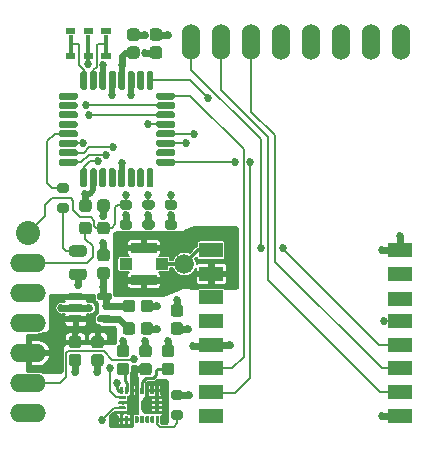
<source format=gtl>
%TF.GenerationSoftware,KiCad,Pcbnew,(5.1.6)-1*%
%TF.CreationDate,2021-11-16T12:50:12-05:00*%
%TF.ProjectId,AmbaSat-1_Satellite,416d6261-5361-4742-9d31-5f536174656c,KiCad_1.0*%
%TF.SameCoordinates,PX7ceeb0cPY74d41b0*%
%TF.FileFunction,Copper,L1,Top*%
%TF.FilePolarity,Positive*%
%FSLAX46Y46*%
G04 Gerber Fmt 4.6, Leading zero omitted, Abs format (unit mm)*
G04 Created by KiCad (PCBNEW (5.1.6)-1) date 2021-11-16 12:50:12*
%MOMM*%
%LPD*%
G01*
G04 APERTURE LIST*
%TA.AperFunction,EtchedComponent*%
%ADD10C,0.100000*%
%TD*%
%TA.AperFunction,SMDPad,CuDef*%
%ADD11R,2.000000X1.270000*%
%TD*%
%TA.AperFunction,SMDPad,CuDef*%
%ADD12R,1.050000X1.000000*%
%TD*%
%TA.AperFunction,SMDPad,CuDef*%
%ADD13R,2.200000X0.850000*%
%TD*%
%TA.AperFunction,ComponentPad*%
%ADD14C,1.676400*%
%TD*%
%TA.AperFunction,ComponentPad*%
%ADD15O,3.048000X1.524000*%
%TD*%
%TA.AperFunction,SMDPad,CuDef*%
%ADD16R,0.400000X1.600000*%
%TD*%
%TA.AperFunction,ComponentPad*%
%ADD17O,1.524000X3.048000*%
%TD*%
%TA.AperFunction,ComponentPad*%
%ADD18O,2.032000X2.032000*%
%TD*%
%TA.AperFunction,ViaPad*%
%ADD19C,0.685800*%
%TD*%
%TA.AperFunction,Conductor*%
%ADD20C,0.609600*%
%TD*%
%TA.AperFunction,Conductor*%
%ADD21C,0.508000*%
%TD*%
%TA.AperFunction,Conductor*%
%ADD22C,0.304800*%
%TD*%
%TA.AperFunction,Conductor*%
%ADD23C,0.127000*%
%TD*%
%TA.AperFunction,Conductor*%
%ADD24C,0.335280*%
%TD*%
%TA.AperFunction,Conductor*%
%ADD25C,0.254000*%
%TD*%
G04 APERTURE END LIST*
D10*
%TO.C,Y1*%
G36*
X6012000Y34193000D02*
G01*
X5212000Y34193000D01*
X5212000Y33693000D01*
X6012000Y33693000D01*
X6012000Y34193000D01*
G37*
G36*
X6012000Y32093000D02*
G01*
X5212000Y32093000D01*
X5212000Y31593000D01*
X6012000Y31593000D01*
X6012000Y32093000D01*
G37*
G36*
X9012000Y34193000D02*
G01*
X8212000Y34193000D01*
X8212000Y33693000D01*
X9012000Y33693000D01*
X9012000Y34193000D01*
G37*
G36*
X9012000Y32093000D02*
G01*
X8212000Y32093000D01*
X8212000Y31593000D01*
X9012000Y31593000D01*
X9012000Y32093000D01*
G37*
G36*
X7512000Y34193000D02*
G01*
X6712000Y34193000D01*
X6712000Y33693000D01*
X7512000Y33693000D01*
X7512000Y34193000D01*
G37*
G36*
X7512000Y32093000D02*
G01*
X6712000Y32093000D01*
X6712000Y31593000D01*
X7512000Y31593000D01*
X7512000Y32093000D01*
G37*
%TD*%
D11*
%TO.P,U4,12*%
%TO.N,Net-(U4-Pad12)*%
X17520500Y9400000D03*
%TO.P,U4,11*%
%TO.N,Net-(U4-Pad11)*%
X17520500Y11400000D03*
%TO.P,U4,13*%
%TO.N,3V3*%
X17520500Y7400000D03*
%TO.P,U4,4*%
%TO.N,/SCK*%
X33520500Y7387800D03*
%TO.P,U4,6*%
%TO.N,Net-(U4-Pad6)*%
X33520500Y11305000D03*
%TO.P,U4,5*%
%TO.N,/SS*%
X33520500Y9400000D03*
%TO.P,U4,3*%
%TO.N,/MOSI*%
X33520500Y5400000D03*
%TO.P,U4,2*%
%TO.N,/MISO*%
X33520500Y3400000D03*
%TO.P,U4,8*%
%TO.N,GND*%
X33520500Y15400000D03*
%TO.P,U4,1*%
X33520500Y1400000D03*
%TO.P,U4,10*%
X17520500Y13400000D03*
%TO.P,U4,7*%
%TO.N,Net-(U4-Pad7)*%
X33520500Y13400000D03*
%TO.P,U4,16*%
%TO.N,Net-(U4-Pad16)*%
X17520500Y1400000D03*
%TO.P,U4,15*%
%TO.N,/DIO1*%
X17520500Y3400000D03*
%TO.P,U4,14*%
%TO.N,/DIO0*%
X17520500Y5400000D03*
%TO.P,U4,9*%
%TO.N,Net-(JP3-Pad1)*%
X17520500Y15400000D03*
%TD*%
D12*
%TO.P,P1,NC*%
%TO.N,N/C*%
X10286000Y14224000D03*
%TO.P,P1,FEED*%
%TO.N,Net-(JP3-Pad1)*%
X13336000Y14224000D03*
D13*
%TO.P,P1,2*%
%TO.N,GND*%
X11811000Y12849000D03*
%TO.P,P1,1*%
X11811000Y15599000D03*
%TD*%
D14*
%TO.P,JP3,1*%
%TO.N,Net-(JP3-Pad1)*%
X15240000Y14224000D03*
%TD*%
D15*
%TO.P,JP2,6*%
%TO.N,Net-(C1-Pad2)*%
X2000000Y14350000D03*
%TO.P,JP2,5*%
%TO.N,/TX*%
X2000000Y11810000D03*
%TO.P,JP2,4*%
%TO.N,/RX*%
X2000000Y9270000D03*
%TO.P,JP2,3*%
%TO.N,/VIN*%
X2000000Y6730000D03*
%TO.P,JP2,2*%
%TO.N,/SS*%
X2000000Y4190000D03*
%TO.P,JP2,1*%
%TO.N,GND*%
X2000000Y1650000D03*
%TD*%
%TO.P,U2,1*%
%TO.N,/D3*%
%TA.AperFunction,SMDPad,CuDef*%
G36*
G01*
X12179978Y30584000D02*
X12470022Y30584000D01*
G75*
G02*
X12620000Y30434022I0J-149978D01*
G01*
X12620000Y29133978D01*
G75*
G02*
X12470022Y28984000I-149978J0D01*
G01*
X12179978Y28984000D01*
G75*
G02*
X12030000Y29133978I0J149978D01*
G01*
X12030000Y30434022D01*
G75*
G02*
X12179978Y30584000I149978J0D01*
G01*
G37*
%TD.AperFunction*%
%TO.P,U2,2*%
%TO.N,Net-(U2-Pad2)*%
%TA.AperFunction,SMDPad,CuDef*%
G36*
G01*
X11379978Y30584000D02*
X11670022Y30584000D01*
G75*
G02*
X11820000Y30434022I0J-149978D01*
G01*
X11820000Y29133978D01*
G75*
G02*
X11670022Y28984000I-149978J0D01*
G01*
X11379978Y28984000D01*
G75*
G02*
X11230000Y29133978I0J149978D01*
G01*
X11230000Y30434022D01*
G75*
G02*
X11379978Y30584000I149978J0D01*
G01*
G37*
%TD.AperFunction*%
%TO.P,U2,3*%
%TO.N,GND*%
%TA.AperFunction,SMDPad,CuDef*%
G36*
G01*
X10579978Y30584000D02*
X10870022Y30584000D01*
G75*
G02*
X11020000Y30434022I0J-149978D01*
G01*
X11020000Y29133978D01*
G75*
G02*
X10870022Y28984000I-149978J0D01*
G01*
X10579978Y28984000D01*
G75*
G02*
X10430000Y29133978I0J149978D01*
G01*
X10430000Y30434022D01*
G75*
G02*
X10579978Y30584000I149978J0D01*
G01*
G37*
%TD.AperFunction*%
%TO.P,U2,4*%
%TO.N,3V3*%
%TA.AperFunction,SMDPad,CuDef*%
G36*
G01*
X9779978Y30584000D02*
X10070022Y30584000D01*
G75*
G02*
X10220000Y30434022I0J-149978D01*
G01*
X10220000Y29133978D01*
G75*
G02*
X10070022Y28984000I-149978J0D01*
G01*
X9779978Y28984000D01*
G75*
G02*
X9630000Y29133978I0J149978D01*
G01*
X9630000Y30434022D01*
G75*
G02*
X9779978Y30584000I149978J0D01*
G01*
G37*
%TD.AperFunction*%
%TO.P,U2,5*%
%TO.N,GND*%
%TA.AperFunction,SMDPad,CuDef*%
G36*
G01*
X8979978Y30584000D02*
X9270022Y30584000D01*
G75*
G02*
X9420000Y30434022I0J-149978D01*
G01*
X9420000Y29133978D01*
G75*
G02*
X9270022Y28984000I-149978J0D01*
G01*
X8979978Y28984000D01*
G75*
G02*
X8830000Y29133978I0J149978D01*
G01*
X8830000Y30434022D01*
G75*
G02*
X8979978Y30584000I149978J0D01*
G01*
G37*
%TD.AperFunction*%
%TO.P,U2,6*%
%TO.N,3V3*%
%TA.AperFunction,SMDPad,CuDef*%
G36*
G01*
X8179978Y30584000D02*
X8470022Y30584000D01*
G75*
G02*
X8620000Y30434022I0J-149978D01*
G01*
X8620000Y29133978D01*
G75*
G02*
X8470022Y28984000I-149978J0D01*
G01*
X8179978Y28984000D01*
G75*
G02*
X8030000Y29133978I0J149978D01*
G01*
X8030000Y30434022D01*
G75*
G02*
X8179978Y30584000I149978J0D01*
G01*
G37*
%TD.AperFunction*%
%TO.P,U2,7*%
%TO.N,Net-(U2-Pad7)*%
%TA.AperFunction,SMDPad,CuDef*%
G36*
G01*
X7379978Y30584000D02*
X7670022Y30584000D01*
G75*
G02*
X7820000Y30434022I0J-149978D01*
G01*
X7820000Y29133978D01*
G75*
G02*
X7670022Y28984000I-149978J0D01*
G01*
X7379978Y28984000D01*
G75*
G02*
X7230000Y29133978I0J149978D01*
G01*
X7230000Y30434022D01*
G75*
G02*
X7379978Y30584000I149978J0D01*
G01*
G37*
%TD.AperFunction*%
%TO.P,U2,8*%
%TO.N,Net-(U2-Pad8)*%
%TA.AperFunction,SMDPad,CuDef*%
G36*
G01*
X6579978Y30584000D02*
X6870022Y30584000D01*
G75*
G02*
X7020000Y30434022I0J-149978D01*
G01*
X7020000Y29133978D01*
G75*
G02*
X6870022Y28984000I-149978J0D01*
G01*
X6579978Y28984000D01*
G75*
G02*
X6430000Y29133978I0J149978D01*
G01*
X6430000Y30434022D01*
G75*
G02*
X6579978Y30584000I149978J0D01*
G01*
G37*
%TD.AperFunction*%
%TO.P,U2,9*%
%TO.N,Net-(U2-Pad9)*%
%TA.AperFunction,SMDPad,CuDef*%
G36*
G01*
X6195000Y28599022D02*
X6195000Y28308978D01*
G75*
G02*
X6045022Y28159000I-149978J0D01*
G01*
X4744978Y28159000D01*
G75*
G02*
X4595000Y28308978I0J149978D01*
G01*
X4595000Y28599022D01*
G75*
G02*
X4744978Y28749000I149978J0D01*
G01*
X6045022Y28749000D01*
G75*
G02*
X6195000Y28599022I0J-149978D01*
G01*
G37*
%TD.AperFunction*%
%TO.P,U2,10*%
%TO.N,Net-(U2-Pad10)*%
%TA.AperFunction,SMDPad,CuDef*%
G36*
G01*
X6195000Y27799022D02*
X6195000Y27508978D01*
G75*
G02*
X6045022Y27359000I-149978J0D01*
G01*
X4744978Y27359000D01*
G75*
G02*
X4595000Y27508978I0J149978D01*
G01*
X4595000Y27799022D01*
G75*
G02*
X4744978Y27949000I149978J0D01*
G01*
X6045022Y27949000D01*
G75*
G02*
X6195000Y27799022I0J-149978D01*
G01*
G37*
%TD.AperFunction*%
%TO.P,U2,11*%
%TO.N,Net-(U2-Pad11)*%
%TA.AperFunction,SMDPad,CuDef*%
G36*
G01*
X6195000Y26999022D02*
X6195000Y26708978D01*
G75*
G02*
X6045022Y26559000I-149978J0D01*
G01*
X4744978Y26559000D01*
G75*
G02*
X4595000Y26708978I0J149978D01*
G01*
X4595000Y26999022D01*
G75*
G02*
X4744978Y27149000I149978J0D01*
G01*
X6045022Y27149000D01*
G75*
G02*
X6195000Y26999022I0J-149978D01*
G01*
G37*
%TD.AperFunction*%
%TO.P,U2,12*%
%TO.N,Net-(U2-Pad12)*%
%TA.AperFunction,SMDPad,CuDef*%
G36*
G01*
X6195000Y26199022D02*
X6195000Y25908978D01*
G75*
G02*
X6045022Y25759000I-149978J0D01*
G01*
X4744978Y25759000D01*
G75*
G02*
X4595000Y25908978I0J149978D01*
G01*
X4595000Y26199022D01*
G75*
G02*
X4744978Y26349000I149978J0D01*
G01*
X6045022Y26349000D01*
G75*
G02*
X6195000Y26199022I0J-149978D01*
G01*
G37*
%TD.AperFunction*%
%TO.P,U2,13*%
%TO.N,Net-(R1-Pad2)*%
%TA.AperFunction,SMDPad,CuDef*%
G36*
G01*
X6195000Y25399022D02*
X6195000Y25108978D01*
G75*
G02*
X6045022Y24959000I-149978J0D01*
G01*
X4744978Y24959000D01*
G75*
G02*
X4595000Y25108978I0J149978D01*
G01*
X4595000Y25399022D01*
G75*
G02*
X4744978Y25549000I149978J0D01*
G01*
X6045022Y25549000D01*
G75*
G02*
X6195000Y25399022I0J-149978D01*
G01*
G37*
%TD.AperFunction*%
%TO.P,U2,14*%
%TO.N,/SS*%
%TA.AperFunction,SMDPad,CuDef*%
G36*
G01*
X6195000Y24599022D02*
X6195000Y24308978D01*
G75*
G02*
X6045022Y24159000I-149978J0D01*
G01*
X4744978Y24159000D01*
G75*
G02*
X4595000Y24308978I0J149978D01*
G01*
X4595000Y24599022D01*
G75*
G02*
X4744978Y24749000I149978J0D01*
G01*
X6045022Y24749000D01*
G75*
G02*
X6195000Y24599022I0J-149978D01*
G01*
G37*
%TD.AperFunction*%
%TO.P,U2,15*%
%TO.N,/MOSI*%
%TA.AperFunction,SMDPad,CuDef*%
G36*
G01*
X6195000Y23799022D02*
X6195000Y23508978D01*
G75*
G02*
X6045022Y23359000I-149978J0D01*
G01*
X4744978Y23359000D01*
G75*
G02*
X4595000Y23508978I0J149978D01*
G01*
X4595000Y23799022D01*
G75*
G02*
X4744978Y23949000I149978J0D01*
G01*
X6045022Y23949000D01*
G75*
G02*
X6195000Y23799022I0J-149978D01*
G01*
G37*
%TD.AperFunction*%
%TO.P,U2,16*%
%TO.N,/MISO*%
%TA.AperFunction,SMDPad,CuDef*%
G36*
G01*
X6195000Y22999022D02*
X6195000Y22708978D01*
G75*
G02*
X6045022Y22559000I-149978J0D01*
G01*
X4744978Y22559000D01*
G75*
G02*
X4595000Y22708978I0J149978D01*
G01*
X4595000Y22999022D01*
G75*
G02*
X4744978Y23149000I149978J0D01*
G01*
X6045022Y23149000D01*
G75*
G02*
X6195000Y22999022I0J-149978D01*
G01*
G37*
%TD.AperFunction*%
%TO.P,U2,17*%
%TO.N,/SCK*%
%TA.AperFunction,SMDPad,CuDef*%
G36*
G01*
X6579978Y22324000D02*
X6870022Y22324000D01*
G75*
G02*
X7020000Y22174022I0J-149978D01*
G01*
X7020000Y20873978D01*
G75*
G02*
X6870022Y20724000I-149978J0D01*
G01*
X6579978Y20724000D01*
G75*
G02*
X6430000Y20873978I0J149978D01*
G01*
X6430000Y22174022D01*
G75*
G02*
X6579978Y22324000I149978J0D01*
G01*
G37*
%TD.AperFunction*%
%TO.P,U2,18*%
%TO.N,3V3*%
%TA.AperFunction,SMDPad,CuDef*%
G36*
G01*
X7379978Y22324000D02*
X7670022Y22324000D01*
G75*
G02*
X7820000Y22174022I0J-149978D01*
G01*
X7820000Y20873978D01*
G75*
G02*
X7670022Y20724000I-149978J0D01*
G01*
X7379978Y20724000D01*
G75*
G02*
X7230000Y20873978I0J149978D01*
G01*
X7230000Y22174022D01*
G75*
G02*
X7379978Y22324000I149978J0D01*
G01*
G37*
%TD.AperFunction*%
%TO.P,U2,19*%
%TO.N,Net-(U2-Pad19)*%
%TA.AperFunction,SMDPad,CuDef*%
G36*
G01*
X8179978Y22324000D02*
X8470022Y22324000D01*
G75*
G02*
X8620000Y22174022I0J-149978D01*
G01*
X8620000Y20873978D01*
G75*
G02*
X8470022Y20724000I-149978J0D01*
G01*
X8179978Y20724000D01*
G75*
G02*
X8030000Y20873978I0J149978D01*
G01*
X8030000Y22174022D01*
G75*
G02*
X8179978Y22324000I149978J0D01*
G01*
G37*
%TD.AperFunction*%
%TO.P,U2,20*%
%TO.N,Net-(U2-Pad20)*%
%TA.AperFunction,SMDPad,CuDef*%
G36*
G01*
X8979978Y22324000D02*
X9270022Y22324000D01*
G75*
G02*
X9420000Y22174022I0J-149978D01*
G01*
X9420000Y20873978D01*
G75*
G02*
X9270022Y20724000I-149978J0D01*
G01*
X8979978Y20724000D01*
G75*
G02*
X8830000Y20873978I0J149978D01*
G01*
X8830000Y22174022D01*
G75*
G02*
X8979978Y22324000I149978J0D01*
G01*
G37*
%TD.AperFunction*%
%TO.P,U2,21*%
%TO.N,GND*%
%TA.AperFunction,SMDPad,CuDef*%
G36*
G01*
X9779978Y22324000D02*
X10070022Y22324000D01*
G75*
G02*
X10220000Y22174022I0J-149978D01*
G01*
X10220000Y20873978D01*
G75*
G02*
X10070022Y20724000I-149978J0D01*
G01*
X9779978Y20724000D01*
G75*
G02*
X9630000Y20873978I0J149978D01*
G01*
X9630000Y22174022D01*
G75*
G02*
X9779978Y22324000I149978J0D01*
G01*
G37*
%TD.AperFunction*%
%TO.P,U2,22*%
%TO.N,Net-(U2-Pad22)*%
%TA.AperFunction,SMDPad,CuDef*%
G36*
G01*
X10579978Y22324000D02*
X10870022Y22324000D01*
G75*
G02*
X11020000Y22174022I0J-149978D01*
G01*
X11020000Y20873978D01*
G75*
G02*
X10870022Y20724000I-149978J0D01*
G01*
X10579978Y20724000D01*
G75*
G02*
X10430000Y20873978I0J149978D01*
G01*
X10430000Y22174022D01*
G75*
G02*
X10579978Y22324000I149978J0D01*
G01*
G37*
%TD.AperFunction*%
%TO.P,U2,23*%
%TO.N,/A0*%
%TA.AperFunction,SMDPad,CuDef*%
G36*
G01*
X11379978Y22324000D02*
X11670022Y22324000D01*
G75*
G02*
X11820000Y22174022I0J-149978D01*
G01*
X11820000Y20873978D01*
G75*
G02*
X11670022Y20724000I-149978J0D01*
G01*
X11379978Y20724000D01*
G75*
G02*
X11230000Y20873978I0J149978D01*
G01*
X11230000Y22174022D01*
G75*
G02*
X11379978Y22324000I149978J0D01*
G01*
G37*
%TD.AperFunction*%
%TO.P,U2,24*%
%TO.N,Net-(U2-Pad24)*%
%TA.AperFunction,SMDPad,CuDef*%
G36*
G01*
X12179978Y22324000D02*
X12470022Y22324000D01*
G75*
G02*
X12620000Y22174022I0J-149978D01*
G01*
X12620000Y20873978D01*
G75*
G02*
X12470022Y20724000I-149978J0D01*
G01*
X12179978Y20724000D01*
G75*
G02*
X12030000Y20873978I0J149978D01*
G01*
X12030000Y22174022D01*
G75*
G02*
X12179978Y22324000I149978J0D01*
G01*
G37*
%TD.AperFunction*%
%TO.P,U2,25*%
%TO.N,/DIO1*%
%TA.AperFunction,SMDPad,CuDef*%
G36*
G01*
X14455000Y22999022D02*
X14455000Y22708978D01*
G75*
G02*
X14305022Y22559000I-149978J0D01*
G01*
X13004978Y22559000D01*
G75*
G02*
X12855000Y22708978I0J149978D01*
G01*
X12855000Y22999022D01*
G75*
G02*
X13004978Y23149000I149978J0D01*
G01*
X14305022Y23149000D01*
G75*
G02*
X14455000Y22999022I0J-149978D01*
G01*
G37*
%TD.AperFunction*%
%TO.P,U2,26*%
%TO.N,Net-(U2-Pad26)*%
%TA.AperFunction,SMDPad,CuDef*%
G36*
G01*
X14455000Y23799022D02*
X14455000Y23508978D01*
G75*
G02*
X14305022Y23359000I-149978J0D01*
G01*
X13004978Y23359000D01*
G75*
G02*
X12855000Y23508978I0J149978D01*
G01*
X12855000Y23799022D01*
G75*
G02*
X13004978Y23949000I149978J0D01*
G01*
X14305022Y23949000D01*
G75*
G02*
X14455000Y23799022I0J-149978D01*
G01*
G37*
%TD.AperFunction*%
%TO.P,U2,27*%
%TO.N,/SDA*%
%TA.AperFunction,SMDPad,CuDef*%
G36*
G01*
X14455000Y24599022D02*
X14455000Y24308978D01*
G75*
G02*
X14305022Y24159000I-149978J0D01*
G01*
X13004978Y24159000D01*
G75*
G02*
X12855000Y24308978I0J149978D01*
G01*
X12855000Y24599022D01*
G75*
G02*
X13004978Y24749000I149978J0D01*
G01*
X14305022Y24749000D01*
G75*
G02*
X14455000Y24599022I0J-149978D01*
G01*
G37*
%TD.AperFunction*%
%TO.P,U2,28*%
%TO.N,/SCL*%
%TA.AperFunction,SMDPad,CuDef*%
G36*
G01*
X14455000Y25399022D02*
X14455000Y25108978D01*
G75*
G02*
X14305022Y24959000I-149978J0D01*
G01*
X13004978Y24959000D01*
G75*
G02*
X12855000Y25108978I0J149978D01*
G01*
X12855000Y25399022D01*
G75*
G02*
X13004978Y25549000I149978J0D01*
G01*
X14305022Y25549000D01*
G75*
G02*
X14455000Y25399022I0J-149978D01*
G01*
G37*
%TD.AperFunction*%
%TO.P,U2,29*%
%TO.N,/RESET*%
%TA.AperFunction,SMDPad,CuDef*%
G36*
G01*
X14455000Y26199022D02*
X14455000Y25908978D01*
G75*
G02*
X14305022Y25759000I-149978J0D01*
G01*
X13004978Y25759000D01*
G75*
G02*
X12855000Y25908978I0J149978D01*
G01*
X12855000Y26199022D01*
G75*
G02*
X13004978Y26349000I149978J0D01*
G01*
X14305022Y26349000D01*
G75*
G02*
X14455000Y26199022I0J-149978D01*
G01*
G37*
%TD.AperFunction*%
%TO.P,U2,30*%
%TO.N,/RX*%
%TA.AperFunction,SMDPad,CuDef*%
G36*
G01*
X14455000Y26999022D02*
X14455000Y26708978D01*
G75*
G02*
X14305022Y26559000I-149978J0D01*
G01*
X13004978Y26559000D01*
G75*
G02*
X12855000Y26708978I0J149978D01*
G01*
X12855000Y26999022D01*
G75*
G02*
X13004978Y27149000I149978J0D01*
G01*
X14305022Y27149000D01*
G75*
G02*
X14455000Y26999022I0J-149978D01*
G01*
G37*
%TD.AperFunction*%
%TO.P,U2,31*%
%TO.N,/TX*%
%TA.AperFunction,SMDPad,CuDef*%
G36*
G01*
X14455000Y27799022D02*
X14455000Y27508978D01*
G75*
G02*
X14305022Y27359000I-149978J0D01*
G01*
X13004978Y27359000D01*
G75*
G02*
X12855000Y27508978I0J149978D01*
G01*
X12855000Y27799022D01*
G75*
G02*
X13004978Y27949000I149978J0D01*
G01*
X14305022Y27949000D01*
G75*
G02*
X14455000Y27799022I0J-149978D01*
G01*
G37*
%TD.AperFunction*%
%TO.P,U2,32*%
%TO.N,/DIO0*%
%TA.AperFunction,SMDPad,CuDef*%
G36*
G01*
X14455000Y28599022D02*
X14455000Y28308978D01*
G75*
G02*
X14305022Y28159000I-149978J0D01*
G01*
X13004978Y28159000D01*
G75*
G02*
X12855000Y28308978I0J149978D01*
G01*
X12855000Y28599022D01*
G75*
G02*
X13004978Y28749000I149978J0D01*
G01*
X14305022Y28749000D01*
G75*
G02*
X14455000Y28599022I0J-149978D01*
G01*
G37*
%TD.AperFunction*%
%TD*%
D16*
%TO.P,Y1,3*%
%TO.N,Net-(U2-Pad8)*%
X5612000Y32893000D03*
%TO.P,Y1,2*%
%TO.N,GND*%
X7112000Y32893000D03*
%TO.P,Y1,1*%
%TO.N,Net-(U2-Pad7)*%
X8612000Y32893000D03*
%TD*%
D17*
%TO.P,JP1,8*%
%TO.N,/SCK*%
X15810000Y33000000D03*
%TO.P,JP1,7*%
%TO.N,/MISO*%
X18350000Y33000000D03*
%TO.P,JP1,6*%
%TO.N,/MOSI*%
X20890000Y33000000D03*
%TO.P,JP1,5*%
%TO.N,/D3*%
X23430000Y33000000D03*
%TO.P,JP1,4*%
%TO.N,/SDA*%
X25970000Y33000000D03*
%TO.P,JP1,3*%
%TO.N,/SCL*%
X28510000Y33000000D03*
%TO.P,JP1,2*%
%TO.N,GND*%
X31050000Y33000000D03*
%TO.P,JP1,1*%
%TO.N,3V3*%
X33590000Y33000000D03*
%TD*%
%TO.P,D1,A*%
%TO.N,Net-(D1-PadA)*%
%TA.AperFunction,SMDPad,CuDef*%
G36*
G01*
X6723000Y14856000D02*
X5723000Y14856000D01*
G75*
G02*
X5483000Y15096000I0J240000D01*
G01*
X5483000Y15576000D01*
G75*
G02*
X5723000Y15816000I240000J0D01*
G01*
X6723000Y15816000D01*
G75*
G02*
X6963000Y15576000I0J-240000D01*
G01*
X6963000Y15096000D01*
G75*
G02*
X6723000Y14856000I-240000J0D01*
G01*
G37*
%TD.AperFunction*%
%TO.P,D1,C*%
%TO.N,GND*%
%TA.AperFunction,SMDPad,CuDef*%
G36*
G01*
X6723000Y12886000D02*
X5723000Y12886000D01*
G75*
G02*
X5483000Y13126000I0J240000D01*
G01*
X5483000Y13606000D01*
G75*
G02*
X5723000Y13846000I240000J0D01*
G01*
X6723000Y13846000D01*
G75*
G02*
X6963000Y13606000I0J-240000D01*
G01*
X6963000Y13126000D01*
G75*
G02*
X6723000Y12886000I-240000J0D01*
G01*
G37*
%TD.AperFunction*%
%TD*%
%TO.P,U3,5*%
%TO.N,3V3*%
%TA.AperFunction,SMDPad,CuDef*%
G36*
G01*
X7839000Y11335999D02*
X7839000Y11646001D01*
G75*
G02*
X7988999Y11796000I149999J0D01*
G01*
X8949001Y11796000D01*
G75*
G02*
X9099000Y11646001I0J-149999D01*
G01*
X9099000Y11335999D01*
G75*
G02*
X8949001Y11186000I-149999J0D01*
G01*
X7988999Y11186000D01*
G75*
G02*
X7839000Y11335999I0J149999D01*
G01*
G37*
%TD.AperFunction*%
%TO.P,U3,4*%
%TO.N,Net-(C12-Pad1)*%
%TA.AperFunction,SMDPad,CuDef*%
G36*
G01*
X7839000Y9435999D02*
X7839000Y9746001D01*
G75*
G02*
X7988999Y9896000I149999J0D01*
G01*
X8949001Y9896000D01*
G75*
G02*
X9099000Y9746001I0J-149999D01*
G01*
X9099000Y9435999D01*
G75*
G02*
X8949001Y9286000I-149999J0D01*
G01*
X7988999Y9286000D01*
G75*
G02*
X7839000Y9435999I0J149999D01*
G01*
G37*
%TD.AperFunction*%
%TO.P,U3,3*%
%TO.N,/VIN*%
%TA.AperFunction,SMDPad,CuDef*%
G36*
G01*
X5379000Y9435999D02*
X5379000Y9746001D01*
G75*
G02*
X5528999Y9896000I149999J0D01*
G01*
X6489001Y9896000D01*
G75*
G02*
X6639000Y9746001I0J-149999D01*
G01*
X6639000Y9435999D01*
G75*
G02*
X6489001Y9286000I-149999J0D01*
G01*
X5528999Y9286000D01*
G75*
G02*
X5379000Y9435999I0J149999D01*
G01*
G37*
%TD.AperFunction*%
%TO.P,U3,2*%
%TO.N,GND*%
%TA.AperFunction,SMDPad,CuDef*%
G36*
G01*
X5379000Y10385999D02*
X5379000Y10696001D01*
G75*
G02*
X5528999Y10846000I149999J0D01*
G01*
X6489001Y10846000D01*
G75*
G02*
X6639000Y10696001I0J-149999D01*
G01*
X6639000Y10385999D01*
G75*
G02*
X6489001Y10236000I-149999J0D01*
G01*
X5528999Y10236000D01*
G75*
G02*
X5379000Y10385999I0J149999D01*
G01*
G37*
%TD.AperFunction*%
%TO.P,U3,1*%
%TO.N,/VIN*%
%TA.AperFunction,SMDPad,CuDef*%
G36*
G01*
X5379000Y11335999D02*
X5379000Y11646001D01*
G75*
G02*
X5528999Y11796000I149999J0D01*
G01*
X6489001Y11796000D01*
G75*
G02*
X6639000Y11646001I0J-149999D01*
G01*
X6639000Y11335999D01*
G75*
G02*
X6489001Y11186000I-149999J0D01*
G01*
X5528999Y11186000D01*
G75*
G02*
X5379000Y11335999I0J149999D01*
G01*
G37*
%TD.AperFunction*%
%TD*%
%TO.P,U1,24*%
%TO.N,Net-(C9-Pad1)*%
%TA.AperFunction,SMDPad,CuDef*%
G36*
G01*
X10285000Y3821000D02*
X10425000Y3821000D01*
G75*
G02*
X10495000Y3751000I0J-70000D01*
G01*
X10495000Y3261000D01*
G75*
G02*
X10425000Y3191000I-70000J0D01*
G01*
X10285000Y3191000D01*
G75*
G02*
X10215000Y3261000I0J70000D01*
G01*
X10215000Y3751000D01*
G75*
G02*
X10285000Y3821000I70000J0D01*
G01*
G37*
%TD.AperFunction*%
%TO.P,U1,23*%
%TO.N,3V3*%
%TA.AperFunction,SMDPad,CuDef*%
G36*
G01*
X10715000Y3821000D02*
X10855000Y3821000D01*
G75*
G02*
X10925000Y3751000I0J-70000D01*
G01*
X10925000Y3261000D01*
G75*
G02*
X10855000Y3191000I-70000J0D01*
G01*
X10715000Y3191000D01*
G75*
G02*
X10645000Y3261000I0J70000D01*
G01*
X10645000Y3751000D01*
G75*
G02*
X10715000Y3821000I70000J0D01*
G01*
G37*
%TD.AperFunction*%
%TO.P,U1,22*%
%TA.AperFunction,SMDPad,CuDef*%
G36*
G01*
X11145000Y3821000D02*
X11285000Y3821000D01*
G75*
G02*
X11355000Y3751000I0J-70000D01*
G01*
X11355000Y3261000D01*
G75*
G02*
X11285000Y3191000I-70000J0D01*
G01*
X11145000Y3191000D01*
G75*
G02*
X11075000Y3261000I0J70000D01*
G01*
X11075000Y3751000D01*
G75*
G02*
X11145000Y3821000I70000J0D01*
G01*
G37*
%TD.AperFunction*%
%TO.P,U1,21*%
%TO.N,Net-(C8-Pad1)*%
%TA.AperFunction,SMDPad,CuDef*%
G36*
G01*
X11575000Y3821000D02*
X11715000Y3821000D01*
G75*
G02*
X11785000Y3751000I0J-70000D01*
G01*
X11785000Y3261000D01*
G75*
G02*
X11715000Y3191000I-70000J0D01*
G01*
X11575000Y3191000D01*
G75*
G02*
X11505000Y3261000I0J70000D01*
G01*
X11505000Y3751000D01*
G75*
G02*
X11575000Y3821000I70000J0D01*
G01*
G37*
%TD.AperFunction*%
%TO.P,U1,20*%
%TO.N,GND*%
%TA.AperFunction,SMDPad,CuDef*%
G36*
G01*
X12005000Y3821000D02*
X12145000Y3821000D01*
G75*
G02*
X12215000Y3751000I0J-70000D01*
G01*
X12215000Y3261000D01*
G75*
G02*
X12145000Y3191000I-70000J0D01*
G01*
X12005000Y3191000D01*
G75*
G02*
X11935000Y3261000I0J70000D01*
G01*
X11935000Y3751000D01*
G75*
G02*
X12005000Y3821000I70000J0D01*
G01*
G37*
%TD.AperFunction*%
%TO.P,U1,19*%
%TA.AperFunction,SMDPad,CuDef*%
G36*
G01*
X12435000Y3821000D02*
X12575000Y3821000D01*
G75*
G02*
X12645000Y3751000I0J-70000D01*
G01*
X12645000Y3261000D01*
G75*
G02*
X12575000Y3191000I-70000J0D01*
G01*
X12435000Y3191000D01*
G75*
G02*
X12365000Y3261000I0J70000D01*
G01*
X12365000Y3751000D01*
G75*
G02*
X12435000Y3821000I70000J0D01*
G01*
G37*
%TD.AperFunction*%
%TO.P,U1,18*%
%TA.AperFunction,SMDPad,CuDef*%
G36*
G01*
X12865000Y3813500D02*
X13005000Y3813500D01*
G75*
G02*
X13075000Y3743500I0J-70000D01*
G01*
X13075000Y3268500D01*
G75*
G02*
X13005000Y3198500I-70000J0D01*
G01*
X12865000Y3198500D01*
G75*
G02*
X12795000Y3268500I0J70000D01*
G01*
X12795000Y3743500D01*
G75*
G02*
X12865000Y3813500I70000J0D01*
G01*
G37*
%TD.AperFunction*%
%TO.P,U1,17*%
%TA.AperFunction,SMDPad,CuDef*%
G36*
G01*
X12585000Y2861000D02*
X12585000Y3001000D01*
G75*
G02*
X12655000Y3071000I70000J0D01*
G01*
X13145000Y3071000D01*
G75*
G02*
X13215000Y3001000I0J-70000D01*
G01*
X13215000Y2861000D01*
G75*
G02*
X13145000Y2791000I-70000J0D01*
G01*
X12655000Y2791000D01*
G75*
G02*
X12585000Y2861000I0J70000D01*
G01*
G37*
%TD.AperFunction*%
%TO.P,U1,16*%
%TA.AperFunction,SMDPad,CuDef*%
G36*
G01*
X12585000Y2431000D02*
X12585000Y2571000D01*
G75*
G02*
X12655000Y2641000I70000J0D01*
G01*
X13145000Y2641000D01*
G75*
G02*
X13215000Y2571000I0J-70000D01*
G01*
X13215000Y2431000D01*
G75*
G02*
X13145000Y2361000I-70000J0D01*
G01*
X12655000Y2361000D01*
G75*
G02*
X12585000Y2431000I0J70000D01*
G01*
G37*
%TD.AperFunction*%
%TO.P,U1,15*%
%TA.AperFunction,SMDPad,CuDef*%
G36*
G01*
X12585000Y2001000D02*
X12585000Y2141000D01*
G75*
G02*
X12655000Y2211000I70000J0D01*
G01*
X13145000Y2211000D01*
G75*
G02*
X13215000Y2141000I0J-70000D01*
G01*
X13215000Y2001000D01*
G75*
G02*
X13145000Y1931000I-70000J0D01*
G01*
X12655000Y1931000D01*
G75*
G02*
X12585000Y2001000I0J70000D01*
G01*
G37*
%TD.AperFunction*%
%TO.P,U1,14*%
%TA.AperFunction,SMDPad,CuDef*%
G36*
G01*
X12585000Y1571000D02*
X12585000Y1711000D01*
G75*
G02*
X12655000Y1781000I70000J0D01*
G01*
X13145000Y1781000D01*
G75*
G02*
X13215000Y1711000I0J-70000D01*
G01*
X13215000Y1571000D01*
G75*
G02*
X13145000Y1501000I-70000J0D01*
G01*
X12655000Y1501000D01*
G75*
G02*
X12585000Y1571000I0J70000D01*
G01*
G37*
%TD.AperFunction*%
%TO.P,U1,13*%
%TO.N,Net-(R5-Pad1)*%
%TA.AperFunction,SMDPad,CuDef*%
G36*
G01*
X12865000Y1373500D02*
X13005000Y1373500D01*
G75*
G02*
X13075000Y1303500I0J-70000D01*
G01*
X13075000Y828500D01*
G75*
G02*
X13005000Y758500I-70000J0D01*
G01*
X12865000Y758500D01*
G75*
G02*
X12795000Y828500I0J70000D01*
G01*
X12795000Y1303500D01*
G75*
G02*
X12865000Y1373500I70000J0D01*
G01*
G37*
%TD.AperFunction*%
%TO.P,U1,12*%
%TO.N,Net-(U1-Pad12)*%
%TA.AperFunction,SMDPad,CuDef*%
G36*
G01*
X12435000Y1381000D02*
X12575000Y1381000D01*
G75*
G02*
X12645000Y1311000I0J-70000D01*
G01*
X12645000Y821000D01*
G75*
G02*
X12575000Y751000I-70000J0D01*
G01*
X12435000Y751000D01*
G75*
G02*
X12365000Y821000I0J70000D01*
G01*
X12365000Y1311000D01*
G75*
G02*
X12435000Y1381000I70000J0D01*
G01*
G37*
%TD.AperFunction*%
%TO.P,U1,11*%
%TO.N,Net-(U1-Pad11)*%
%TA.AperFunction,SMDPad,CuDef*%
G36*
G01*
X12005000Y1381000D02*
X12145000Y1381000D01*
G75*
G02*
X12215000Y1311000I0J-70000D01*
G01*
X12215000Y821000D01*
G75*
G02*
X12145000Y751000I-70000J0D01*
G01*
X12005000Y751000D01*
G75*
G02*
X11935000Y821000I0J70000D01*
G01*
X11935000Y1311000D01*
G75*
G02*
X12005000Y1381000I70000J0D01*
G01*
G37*
%TD.AperFunction*%
%TO.P,U1,10*%
%TO.N,Net-(U1-Pad10)*%
%TA.AperFunction,SMDPad,CuDef*%
G36*
G01*
X11575000Y1381000D02*
X11715000Y1381000D01*
G75*
G02*
X11785000Y1311000I0J-70000D01*
G01*
X11785000Y821000D01*
G75*
G02*
X11715000Y751000I-70000J0D01*
G01*
X11575000Y751000D01*
G75*
G02*
X11505000Y821000I0J70000D01*
G01*
X11505000Y1311000D01*
G75*
G02*
X11575000Y1381000I70000J0D01*
G01*
G37*
%TD.AperFunction*%
%TO.P,U1,9*%
%TO.N,Net-(U1-Pad9)*%
%TA.AperFunction,SMDPad,CuDef*%
G36*
G01*
X11145000Y1381000D02*
X11285000Y1381000D01*
G75*
G02*
X11355000Y1311000I0J-70000D01*
G01*
X11355000Y821000D01*
G75*
G02*
X11285000Y751000I-70000J0D01*
G01*
X11145000Y751000D01*
G75*
G02*
X11075000Y821000I0J70000D01*
G01*
X11075000Y1311000D01*
G75*
G02*
X11145000Y1381000I70000J0D01*
G01*
G37*
%TD.AperFunction*%
%TO.P,U1,8*%
%TO.N,3V3*%
%TA.AperFunction,SMDPad,CuDef*%
G36*
G01*
X10715000Y1381000D02*
X10855000Y1381000D01*
G75*
G02*
X10925000Y1311000I0J-70000D01*
G01*
X10925000Y821000D01*
G75*
G02*
X10855000Y751000I-70000J0D01*
G01*
X10715000Y751000D01*
G75*
G02*
X10645000Y821000I0J70000D01*
G01*
X10645000Y1311000D01*
G75*
G02*
X10715000Y1381000I70000J0D01*
G01*
G37*
%TD.AperFunction*%
%TO.P,U1,7*%
%TA.AperFunction,SMDPad,CuDef*%
G36*
G01*
X10285000Y1381000D02*
X10425000Y1381000D01*
G75*
G02*
X10495000Y1311000I0J-70000D01*
G01*
X10495000Y821000D01*
G75*
G02*
X10425000Y751000I-70000J0D01*
G01*
X10285000Y751000D01*
G75*
G02*
X10215000Y821000I0J70000D01*
G01*
X10215000Y1311000D01*
G75*
G02*
X10285000Y1381000I70000J0D01*
G01*
G37*
%TD.AperFunction*%
%TO.P,U1,6*%
%TA.AperFunction,SMDPad,CuDef*%
G36*
G01*
X9855000Y1373500D02*
X9995000Y1373500D01*
G75*
G02*
X10065000Y1303500I0J-70000D01*
G01*
X10065000Y828500D01*
G75*
G02*
X9995000Y758500I-70000J0D01*
G01*
X9855000Y758500D01*
G75*
G02*
X9785000Y828500I0J70000D01*
G01*
X9785000Y1303500D01*
G75*
G02*
X9855000Y1373500I70000J0D01*
G01*
G37*
%TD.AperFunction*%
%TO.P,U1,5*%
%TA.AperFunction,SMDPad,CuDef*%
G36*
G01*
X9645000Y1571000D02*
X9645000Y1711000D01*
G75*
G02*
X9715000Y1781000I70000J0D01*
G01*
X10205000Y1781000D01*
G75*
G02*
X10275000Y1711000I0J-70000D01*
G01*
X10275000Y1571000D01*
G75*
G02*
X10205000Y1501000I-70000J0D01*
G01*
X9715000Y1501000D01*
G75*
G02*
X9645000Y1571000I0J70000D01*
G01*
G37*
%TD.AperFunction*%
%TO.P,U1,4*%
%TO.N,/SDA*%
%TA.AperFunction,SMDPad,CuDef*%
G36*
G01*
X9645000Y2001000D02*
X9645000Y2141000D01*
G75*
G02*
X9715000Y2211000I70000J0D01*
G01*
X10205000Y2211000D01*
G75*
G02*
X10275000Y2141000I0J-70000D01*
G01*
X10275000Y2001000D01*
G75*
G02*
X10205000Y1931000I-70000J0D01*
G01*
X9715000Y1931000D01*
G75*
G02*
X9645000Y2001000I0J70000D01*
G01*
G37*
%TD.AperFunction*%
%TO.P,U1,3*%
%TO.N,3V3*%
%TA.AperFunction,SMDPad,CuDef*%
G36*
G01*
X9645000Y2431000D02*
X9645000Y2571000D01*
G75*
G02*
X9715000Y2641000I70000J0D01*
G01*
X10205000Y2641000D01*
G75*
G02*
X10275000Y2571000I0J-70000D01*
G01*
X10275000Y2431000D01*
G75*
G02*
X10205000Y2361000I-70000J0D01*
G01*
X9715000Y2361000D01*
G75*
G02*
X9645000Y2431000I0J70000D01*
G01*
G37*
%TD.AperFunction*%
%TO.P,U1,2*%
%TO.N,/SCL*%
%TA.AperFunction,SMDPad,CuDef*%
G36*
G01*
X9645000Y2861000D02*
X9645000Y3001000D01*
G75*
G02*
X9715000Y3071000I70000J0D01*
G01*
X10205000Y3071000D01*
G75*
G02*
X10275000Y3001000I0J-70000D01*
G01*
X10275000Y2861000D01*
G75*
G02*
X10205000Y2791000I-70000J0D01*
G01*
X9715000Y2791000D01*
G75*
G02*
X9645000Y2861000I0J70000D01*
G01*
G37*
%TD.AperFunction*%
%TO.P,U1,1*%
%TO.N,3V3*%
%TA.AperFunction,SMDPad,CuDef*%
G36*
G01*
X9855000Y3813500D02*
X9995000Y3813500D01*
G75*
G02*
X10065000Y3743500I0J-70000D01*
G01*
X10065000Y3268500D01*
G75*
G02*
X9995000Y3198500I-70000J0D01*
G01*
X9855000Y3198500D01*
G75*
G02*
X9785000Y3268500I0J70000D01*
G01*
X9785000Y3743500D01*
G75*
G02*
X9855000Y3813500I70000J0D01*
G01*
G37*
%TD.AperFunction*%
%TD*%
%TO.P,C1,2*%
%TO.N,Net-(C1-Pad2)*%
%TA.AperFunction,SMDPad,CuDef*%
G36*
G01*
X7385000Y17556995D02*
X7385000Y16987005D01*
G75*
G02*
X7134995Y16737000I-250005J0D01*
G01*
X6585005Y16737000D01*
G75*
G02*
X6335000Y16987005I0J250005D01*
G01*
X6335000Y17556995D01*
G75*
G02*
X6585005Y17807000I250005J0D01*
G01*
X7134995Y17807000D01*
G75*
G02*
X7385000Y17556995I0J-250005D01*
G01*
G37*
%TD.AperFunction*%
%TO.P,C1,1*%
%TO.N,/RESET*%
%TA.AperFunction,SMDPad,CuDef*%
G36*
G01*
X8905000Y17556995D02*
X8905000Y16987005D01*
G75*
G02*
X8654995Y16737000I-250005J0D01*
G01*
X8105005Y16737000D01*
G75*
G02*
X7855000Y16987005I0J250005D01*
G01*
X7855000Y17556995D01*
G75*
G02*
X8105005Y17807000I250005J0D01*
G01*
X8654995Y17807000D01*
G75*
G02*
X8905000Y17556995I0J-250005D01*
G01*
G37*
%TD.AperFunction*%
%TD*%
%TO.P,C7,2*%
%TO.N,GND*%
%TA.AperFunction,SMDPad,CuDef*%
G36*
G01*
X12222995Y6331000D02*
X11653005Y6331000D01*
G75*
G02*
X11403000Y6581005I0J250005D01*
G01*
X11403000Y7130995D01*
G75*
G02*
X11653005Y7381000I250005J0D01*
G01*
X12222995Y7381000D01*
G75*
G02*
X12473000Y7130995I0J-250005D01*
G01*
X12473000Y6581005D01*
G75*
G02*
X12222995Y6331000I-250005J0D01*
G01*
G37*
%TD.AperFunction*%
%TO.P,C7,1*%
%TO.N,3V3*%
%TA.AperFunction,SMDPad,CuDef*%
G36*
G01*
X12222995Y4811000D02*
X11653005Y4811000D01*
G75*
G02*
X11403000Y5061005I0J250005D01*
G01*
X11403000Y5610995D01*
G75*
G02*
X11653005Y5861000I250005J0D01*
G01*
X12222995Y5861000D01*
G75*
G02*
X12473000Y5610995I0J-250005D01*
G01*
X12473000Y5061005D01*
G75*
G02*
X12222995Y4811000I-250005J0D01*
G01*
G37*
%TD.AperFunction*%
%TD*%
%TO.P,C8,2*%
%TO.N,GND*%
%TA.AperFunction,SMDPad,CuDef*%
G36*
G01*
X14127995Y6331000D02*
X13558005Y6331000D01*
G75*
G02*
X13308000Y6581005I0J250005D01*
G01*
X13308000Y7130995D01*
G75*
G02*
X13558005Y7381000I250005J0D01*
G01*
X14127995Y7381000D01*
G75*
G02*
X14378000Y7130995I0J-250005D01*
G01*
X14378000Y6581005D01*
G75*
G02*
X14127995Y6331000I-250005J0D01*
G01*
G37*
%TD.AperFunction*%
%TO.P,C8,1*%
%TO.N,Net-(C8-Pad1)*%
%TA.AperFunction,SMDPad,CuDef*%
G36*
G01*
X14127995Y4811000D02*
X13558005Y4811000D01*
G75*
G02*
X13308000Y5061005I0J250005D01*
G01*
X13308000Y5610995D01*
G75*
G02*
X13558005Y5861000I250005J0D01*
G01*
X14127995Y5861000D01*
G75*
G02*
X14378000Y5610995I0J-250005D01*
G01*
X14378000Y5061005D01*
G75*
G02*
X14127995Y4811000I-250005J0D01*
G01*
G37*
%TD.AperFunction*%
%TD*%
%TO.P,C9,2*%
%TO.N,GND*%
%TA.AperFunction,SMDPad,CuDef*%
G36*
G01*
X10317995Y6331000D02*
X9748005Y6331000D01*
G75*
G02*
X9498000Y6581005I0J250005D01*
G01*
X9498000Y7130995D01*
G75*
G02*
X9748005Y7381000I250005J0D01*
G01*
X10317995Y7381000D01*
G75*
G02*
X10568000Y7130995I0J-250005D01*
G01*
X10568000Y6581005D01*
G75*
G02*
X10317995Y6331000I-250005J0D01*
G01*
G37*
%TD.AperFunction*%
%TO.P,C9,1*%
%TO.N,Net-(C9-Pad1)*%
%TA.AperFunction,SMDPad,CuDef*%
G36*
G01*
X10317995Y4811000D02*
X9748005Y4811000D01*
G75*
G02*
X9498000Y5061005I0J250005D01*
G01*
X9498000Y5610995D01*
G75*
G02*
X9748005Y5861000I250005J0D01*
G01*
X10317995Y5861000D01*
G75*
G02*
X10568000Y5610995I0J-250005D01*
G01*
X10568000Y5061005D01*
G75*
G02*
X10317995Y4811000I-250005J0D01*
G01*
G37*
%TD.AperFunction*%
%TD*%
%TO.P,C10,2*%
%TO.N,GND*%
%TA.AperFunction,SMDPad,CuDef*%
G36*
G01*
X7589005Y6623000D02*
X8158995Y6623000D01*
G75*
G02*
X8409000Y6372995I0J-250005D01*
G01*
X8409000Y5823005D01*
G75*
G02*
X8158995Y5573000I-250005J0D01*
G01*
X7589005Y5573000D01*
G75*
G02*
X7339000Y5823005I0J250005D01*
G01*
X7339000Y6372995D01*
G75*
G02*
X7589005Y6623000I250005J0D01*
G01*
G37*
%TD.AperFunction*%
%TO.P,C10,1*%
%TO.N,/VIN*%
%TA.AperFunction,SMDPad,CuDef*%
G36*
G01*
X7589005Y8143000D02*
X8158995Y8143000D01*
G75*
G02*
X8409000Y7892995I0J-250005D01*
G01*
X8409000Y7343005D01*
G75*
G02*
X8158995Y7093000I-250005J0D01*
G01*
X7589005Y7093000D01*
G75*
G02*
X7339000Y7343005I0J250005D01*
G01*
X7339000Y7892995D01*
G75*
G02*
X7589005Y8143000I250005J0D01*
G01*
G37*
%TD.AperFunction*%
%TD*%
%TO.P,C11,2*%
%TO.N,GND*%
%TA.AperFunction,SMDPad,CuDef*%
G36*
G01*
X11538000Y10383005D02*
X11538000Y10952995D01*
G75*
G02*
X11788005Y11203000I250005J0D01*
G01*
X12337995Y11203000D01*
G75*
G02*
X12588000Y10952995I0J-250005D01*
G01*
X12588000Y10383005D01*
G75*
G02*
X12337995Y10133000I-250005J0D01*
G01*
X11788005Y10133000D01*
G75*
G02*
X11538000Y10383005I0J250005D01*
G01*
G37*
%TD.AperFunction*%
%TO.P,C11,1*%
%TO.N,3V3*%
%TA.AperFunction,SMDPad,CuDef*%
G36*
G01*
X10018000Y10383005D02*
X10018000Y10952995D01*
G75*
G02*
X10268005Y11203000I250005J0D01*
G01*
X10817995Y11203000D01*
G75*
G02*
X11068000Y10952995I0J-250005D01*
G01*
X11068000Y10383005D01*
G75*
G02*
X10817995Y10133000I-250005J0D01*
G01*
X10268005Y10133000D01*
G75*
G02*
X10018000Y10383005I0J250005D01*
G01*
G37*
%TD.AperFunction*%
%TD*%
%TO.P,C12,2*%
%TO.N,GND*%
%TA.AperFunction,SMDPad,CuDef*%
G36*
G01*
X11538000Y8478005D02*
X11538000Y9047995D01*
G75*
G02*
X11788005Y9298000I250005J0D01*
G01*
X12337995Y9298000D01*
G75*
G02*
X12588000Y9047995I0J-250005D01*
G01*
X12588000Y8478005D01*
G75*
G02*
X12337995Y8228000I-250005J0D01*
G01*
X11788005Y8228000D01*
G75*
G02*
X11538000Y8478005I0J250005D01*
G01*
G37*
%TD.AperFunction*%
%TO.P,C12,1*%
%TO.N,Net-(C12-Pad1)*%
%TA.AperFunction,SMDPad,CuDef*%
G36*
G01*
X10018000Y8478005D02*
X10018000Y9047995D01*
G75*
G02*
X10268005Y9298000I250005J0D01*
G01*
X10817995Y9298000D01*
G75*
G02*
X11068000Y9047995I0J-250005D01*
G01*
X11068000Y8478005D01*
G75*
G02*
X10817995Y8228000I-250005J0D01*
G01*
X10268005Y8228000D01*
G75*
G02*
X10018000Y8478005I0J250005D01*
G01*
G37*
%TD.AperFunction*%
%TD*%
%TO.P,C14,2*%
%TO.N,GND*%
%TA.AperFunction,SMDPad,CuDef*%
G36*
G01*
X11206995Y33128000D02*
X10637005Y33128000D01*
G75*
G02*
X10387000Y33378005I0J250005D01*
G01*
X10387000Y33927995D01*
G75*
G02*
X10637005Y34178000I250005J0D01*
G01*
X11206995Y34178000D01*
G75*
G02*
X11457000Y33927995I0J-250005D01*
G01*
X11457000Y33378005D01*
G75*
G02*
X11206995Y33128000I-250005J0D01*
G01*
G37*
%TD.AperFunction*%
%TO.P,C14,1*%
%TO.N,3V3*%
%TA.AperFunction,SMDPad,CuDef*%
G36*
G01*
X11206995Y31608000D02*
X10637005Y31608000D01*
G75*
G02*
X10387000Y31858005I0J250005D01*
G01*
X10387000Y32407995D01*
G75*
G02*
X10637005Y32658000I250005J0D01*
G01*
X11206995Y32658000D01*
G75*
G02*
X11457000Y32407995I0J-250005D01*
G01*
X11457000Y31858005D01*
G75*
G02*
X11206995Y31608000I-250005J0D01*
G01*
G37*
%TD.AperFunction*%
%TD*%
%TO.P,C3,2*%
%TO.N,GND*%
%TA.AperFunction,SMDPad,CuDef*%
G36*
G01*
X7855000Y18892005D02*
X7855000Y19461995D01*
G75*
G02*
X8105005Y19712000I250005J0D01*
G01*
X8654995Y19712000D01*
G75*
G02*
X8905000Y19461995I0J-250005D01*
G01*
X8905000Y18892005D01*
G75*
G02*
X8654995Y18642000I-250005J0D01*
G01*
X8105005Y18642000D01*
G75*
G02*
X7855000Y18892005I0J250005D01*
G01*
G37*
%TD.AperFunction*%
%TO.P,C3,1*%
%TO.N,3V3*%
%TA.AperFunction,SMDPad,CuDef*%
G36*
G01*
X6335000Y18892005D02*
X6335000Y19461995D01*
G75*
G02*
X6585005Y19712000I250005J0D01*
G01*
X7134995Y19712000D01*
G75*
G02*
X7385000Y19461995I0J-250005D01*
G01*
X7385000Y18892005D01*
G75*
G02*
X7134995Y18642000I-250005J0D01*
G01*
X6585005Y18642000D01*
G75*
G02*
X6335000Y18892005I0J250005D01*
G01*
G37*
%TD.AperFunction*%
%TD*%
%TO.P,R1,1*%
%TO.N,Net-(D1-PadA)*%
%TA.AperFunction,SMDPad,CuDef*%
G36*
G01*
X5258000Y18547000D02*
X4648000Y18547000D01*
G75*
G02*
X4438000Y18757000I0J210000D01*
G01*
X4438000Y19177000D01*
G75*
G02*
X4648000Y19387000I210000J0D01*
G01*
X5258000Y19387000D01*
G75*
G02*
X5468000Y19177000I0J-210000D01*
G01*
X5468000Y18757000D01*
G75*
G02*
X5258000Y18547000I-210000J0D01*
G01*
G37*
%TD.AperFunction*%
%TO.P,R1,2*%
%TO.N,Net-(R1-Pad2)*%
%TA.AperFunction,SMDPad,CuDef*%
G36*
G01*
X5258000Y20237000D02*
X4648000Y20237000D01*
G75*
G02*
X4438000Y20447000I0J210000D01*
G01*
X4438000Y20867000D01*
G75*
G02*
X4648000Y21077000I210000J0D01*
G01*
X5258000Y21077000D01*
G75*
G02*
X5468000Y20867000I0J-210000D01*
G01*
X5468000Y20447000D01*
G75*
G02*
X5258000Y20237000I-210000J0D01*
G01*
G37*
%TD.AperFunction*%
%TD*%
%TO.P,R2,1*%
%TO.N,/RESET*%
%TA.AperFunction,SMDPad,CuDef*%
G36*
G01*
X9982000Y19680000D02*
X10592000Y19680000D01*
G75*
G02*
X10802000Y19470000I0J-210000D01*
G01*
X10802000Y19050000D01*
G75*
G02*
X10592000Y18840000I-210000J0D01*
G01*
X9982000Y18840000D01*
G75*
G02*
X9772000Y19050000I0J210000D01*
G01*
X9772000Y19470000D01*
G75*
G02*
X9982000Y19680000I210000J0D01*
G01*
G37*
%TD.AperFunction*%
%TO.P,R2,2*%
%TO.N,3V3*%
%TA.AperFunction,SMDPad,CuDef*%
G36*
G01*
X9982000Y17990000D02*
X10592000Y17990000D01*
G75*
G02*
X10802000Y17780000I0J-210000D01*
G01*
X10802000Y17360000D01*
G75*
G02*
X10592000Y17150000I-210000J0D01*
G01*
X9982000Y17150000D01*
G75*
G02*
X9772000Y17360000I0J210000D01*
G01*
X9772000Y17780000D01*
G75*
G02*
X9982000Y17990000I210000J0D01*
G01*
G37*
%TD.AperFunction*%
%TD*%
%TO.P,R3,1*%
%TO.N,/SDA*%
%TA.AperFunction,SMDPad,CuDef*%
G36*
G01*
X11887000Y19680000D02*
X12497000Y19680000D01*
G75*
G02*
X12707000Y19470000I0J-210000D01*
G01*
X12707000Y19050000D01*
G75*
G02*
X12497000Y18840000I-210000J0D01*
G01*
X11887000Y18840000D01*
G75*
G02*
X11677000Y19050000I0J210000D01*
G01*
X11677000Y19470000D01*
G75*
G02*
X11887000Y19680000I210000J0D01*
G01*
G37*
%TD.AperFunction*%
%TO.P,R3,2*%
%TO.N,3V3*%
%TA.AperFunction,SMDPad,CuDef*%
G36*
G01*
X11887000Y17990000D02*
X12497000Y17990000D01*
G75*
G02*
X12707000Y17780000I0J-210000D01*
G01*
X12707000Y17360000D01*
G75*
G02*
X12497000Y17150000I-210000J0D01*
G01*
X11887000Y17150000D01*
G75*
G02*
X11677000Y17360000I0J210000D01*
G01*
X11677000Y17780000D01*
G75*
G02*
X11887000Y17990000I210000J0D01*
G01*
G37*
%TD.AperFunction*%
%TD*%
%TO.P,R4,1*%
%TO.N,/SCL*%
%TA.AperFunction,SMDPad,CuDef*%
G36*
G01*
X13792000Y19680000D02*
X14402000Y19680000D01*
G75*
G02*
X14612000Y19470000I0J-210000D01*
G01*
X14612000Y19050000D01*
G75*
G02*
X14402000Y18840000I-210000J0D01*
G01*
X13792000Y18840000D01*
G75*
G02*
X13582000Y19050000I0J210000D01*
G01*
X13582000Y19470000D01*
G75*
G02*
X13792000Y19680000I210000J0D01*
G01*
G37*
%TD.AperFunction*%
%TO.P,R4,2*%
%TO.N,3V3*%
%TA.AperFunction,SMDPad,CuDef*%
G36*
G01*
X13792000Y17990000D02*
X14402000Y17990000D01*
G75*
G02*
X14612000Y17780000I0J-210000D01*
G01*
X14612000Y17360000D01*
G75*
G02*
X14402000Y17150000I-210000J0D01*
G01*
X13792000Y17150000D01*
G75*
G02*
X13582000Y17360000I0J210000D01*
G01*
X13582000Y17780000D01*
G75*
G02*
X13792000Y17990000I210000J0D01*
G01*
G37*
%TD.AperFunction*%
%TD*%
%TO.P,R5,1*%
%TO.N,Net-(R5-Pad1)*%
%TA.AperFunction,SMDPad,CuDef*%
G36*
G01*
X14910000Y1021000D02*
X14300000Y1021000D01*
G75*
G02*
X14090000Y1231000I0J210000D01*
G01*
X14090000Y1651000D01*
G75*
G02*
X14300000Y1861000I210000J0D01*
G01*
X14910000Y1861000D01*
G75*
G02*
X15120000Y1651000I0J-210000D01*
G01*
X15120000Y1231000D01*
G75*
G02*
X14910000Y1021000I-210000J0D01*
G01*
G37*
%TD.AperFunction*%
%TO.P,R5,2*%
%TO.N,3V3*%
%TA.AperFunction,SMDPad,CuDef*%
G36*
G01*
X14910000Y2711000D02*
X14300000Y2711000D01*
G75*
G02*
X14090000Y2921000I0J210000D01*
G01*
X14090000Y3341000D01*
G75*
G02*
X14300000Y3551000I210000J0D01*
G01*
X14910000Y3551000D01*
G75*
G02*
X15120000Y3341000I0J-210000D01*
G01*
X15120000Y2921000D01*
G75*
G02*
X14910000Y2711000I-210000J0D01*
G01*
G37*
%TD.AperFunction*%
%TD*%
D18*
%TO.P,JP4,1*%
%TO.N,/RESET*%
X2000000Y16890000D03*
%TD*%
%TO.P,C2,2*%
%TO.N,GND*%
%TA.AperFunction,SMDPad,CuDef*%
G36*
G01*
X13111995Y33128000D02*
X12542005Y33128000D01*
G75*
G02*
X12292000Y33378005I0J250005D01*
G01*
X12292000Y33927995D01*
G75*
G02*
X12542005Y34178000I250005J0D01*
G01*
X13111995Y34178000D01*
G75*
G02*
X13362000Y33927995I0J-250005D01*
G01*
X13362000Y33378005D01*
G75*
G02*
X13111995Y33128000I-250005J0D01*
G01*
G37*
%TD.AperFunction*%
%TO.P,C2,1*%
%TO.N,3V3*%
%TA.AperFunction,SMDPad,CuDef*%
G36*
G01*
X13111995Y31608000D02*
X12542005Y31608000D01*
G75*
G02*
X12292000Y31858005I0J250005D01*
G01*
X12292000Y32407995D01*
G75*
G02*
X12542005Y32658000I250005J0D01*
G01*
X13111995Y32658000D01*
G75*
G02*
X13362000Y32407995I0J-250005D01*
G01*
X13362000Y31858005D01*
G75*
G02*
X13111995Y31608000I-250005J0D01*
G01*
G37*
%TD.AperFunction*%
%TD*%
%TO.P,C4,2*%
%TO.N,GND*%
%TA.AperFunction,SMDPad,CuDef*%
G36*
G01*
X5684005Y6623000D02*
X6253995Y6623000D01*
G75*
G02*
X6504000Y6372995I0J-250005D01*
G01*
X6504000Y5823005D01*
G75*
G02*
X6253995Y5573000I-250005J0D01*
G01*
X5684005Y5573000D01*
G75*
G02*
X5434000Y5823005I0J250005D01*
G01*
X5434000Y6372995D01*
G75*
G02*
X5684005Y6623000I250005J0D01*
G01*
G37*
%TD.AperFunction*%
%TO.P,C4,1*%
%TO.N,/VIN*%
%TA.AperFunction,SMDPad,CuDef*%
G36*
G01*
X5684005Y8143000D02*
X6253995Y8143000D01*
G75*
G02*
X6504000Y7892995I0J-250005D01*
G01*
X6504000Y7343005D01*
G75*
G02*
X6253995Y7093000I-250005J0D01*
G01*
X5684005Y7093000D01*
G75*
G02*
X5434000Y7343005I0J250005D01*
G01*
X5434000Y7892995D01*
G75*
G02*
X5684005Y8143000I250005J0D01*
G01*
G37*
%TD.AperFunction*%
%TD*%
%TO.P,C5,2*%
%TO.N,GND*%
%TA.AperFunction,SMDPad,CuDef*%
G36*
G01*
X8666995Y14459000D02*
X8097005Y14459000D01*
G75*
G02*
X7847000Y14709005I0J250005D01*
G01*
X7847000Y15258995D01*
G75*
G02*
X8097005Y15509000I250005J0D01*
G01*
X8666995Y15509000D01*
G75*
G02*
X8917000Y15258995I0J-250005D01*
G01*
X8917000Y14709005D01*
G75*
G02*
X8666995Y14459000I-250005J0D01*
G01*
G37*
%TD.AperFunction*%
%TO.P,C5,1*%
%TO.N,3V3*%
%TA.AperFunction,SMDPad,CuDef*%
G36*
G01*
X8666995Y12939000D02*
X8097005Y12939000D01*
G75*
G02*
X7847000Y13189005I0J250005D01*
G01*
X7847000Y13738995D01*
G75*
G02*
X8097005Y13989000I250005J0D01*
G01*
X8666995Y13989000D01*
G75*
G02*
X8917000Y13738995I0J-250005D01*
G01*
X8917000Y13189005D01*
G75*
G02*
X8666995Y12939000I-250005J0D01*
G01*
G37*
%TD.AperFunction*%
%TD*%
%TO.P,C6,2*%
%TO.N,GND*%
%TA.AperFunction,SMDPad,CuDef*%
G36*
G01*
X14889995Y9760000D02*
X14320005Y9760000D01*
G75*
G02*
X14070000Y10010005I0J250005D01*
G01*
X14070000Y10559995D01*
G75*
G02*
X14320005Y10810000I250005J0D01*
G01*
X14889995Y10810000D01*
G75*
G02*
X15140000Y10559995I0J-250005D01*
G01*
X15140000Y10010005D01*
G75*
G02*
X14889995Y9760000I-250005J0D01*
G01*
G37*
%TD.AperFunction*%
%TO.P,C6,1*%
%TO.N,3V3*%
%TA.AperFunction,SMDPad,CuDef*%
G36*
G01*
X14889995Y8240000D02*
X14320005Y8240000D01*
G75*
G02*
X14070000Y8490005I0J250005D01*
G01*
X14070000Y9039995D01*
G75*
G02*
X14320005Y9290000I250005J0D01*
G01*
X14889995Y9290000D01*
G75*
G02*
X15140000Y9039995I0J-250005D01*
G01*
X15140000Y8490005D01*
G75*
G02*
X14889995Y8240000I-250005J0D01*
G01*
G37*
%TD.AperFunction*%
%TD*%
D19*
%TO.N,GND*%
X14605000Y12573000D03*
X15621000Y12573000D03*
X32004000Y1397000D03*
X33528000Y16573500D03*
X4826000Y10541000D03*
X7175500Y10541000D03*
X7874000Y5080000D03*
X5969000Y5080000D03*
X13525500Y4064000D03*
X13563600Y1016000D03*
X12065000Y2286000D03*
X10033000Y7747000D03*
X11938000Y7747000D03*
X13843000Y7747000D03*
X14605000Y11176000D03*
X12954000Y10668000D03*
X12954000Y8763000D03*
X32004000Y15430500D03*
X13716000Y12319000D03*
X12700000Y11811000D03*
X8382000Y16002000D03*
X11684000Y11811000D03*
X10668000Y11811000D03*
X9652000Y13208000D03*
X15494000Y16637000D03*
X16383000Y16764000D03*
X17272000Y16764000D03*
X18288000Y16764000D03*
X13716000Y16256000D03*
X19304000Y15621000D03*
X19304000Y14605000D03*
X19304000Y13589000D03*
X19304000Y12573000D03*
X14605000Y16637000D03*
X10668000Y16637000D03*
X11684000Y16637000D03*
X12700000Y16637000D03*
X10033000Y16129000D03*
X9652000Y15240000D03*
X10033000Y12446000D03*
X19177000Y16510000D03*
X6223000Y12446000D03*
X8382000Y18288000D03*
X9931400Y22783800D03*
X10744200Y28498800D03*
X9118600Y28524200D03*
X13843000Y33655000D03*
X11887200Y33655000D03*
X7112000Y31140400D03*
%TO.N,/TX*%
X6883400Y27660600D03*
%TO.N,/RX*%
X7162800Y26847800D03*
%TO.N,/RESET*%
X10287000Y20066000D03*
X12192000Y26060400D03*
%TO.N,/SCL*%
X14097000Y20066000D03*
X16065500Y25273000D03*
X8940800Y5461000D03*
%TO.N,/SDA*%
X12192000Y20066000D03*
X15367000Y24447500D03*
X8229600Y1016000D03*
%TO.N,/DIO1*%
X20802600Y22860000D03*
X19558000Y22860000D03*
%TO.N,/SCK*%
X7899400Y22936200D03*
X23571200Y15544800D03*
X21717000Y15544800D03*
%TO.N,/MISO*%
X8559800Y23495000D03*
%TO.N,/MOSI*%
X9220200Y24104600D03*
%TO.N,/SS*%
X6680200Y24460200D03*
X10998200Y6146800D03*
X32156400Y9423400D03*
%TO.N,/D3*%
X17272000Y28257500D03*
%TO.N,3V3*%
X19113500Y7366000D03*
X15938500Y7302500D03*
X8636000Y10668000D03*
X8382000Y12319000D03*
X15621000Y3111500D03*
X9525000Y4191000D03*
X9296400Y1066800D03*
X10922000Y2286000D03*
X11023600Y4445000D03*
X15557500Y8763000D03*
X6858000Y20193000D03*
X9931400Y31064200D03*
X11861800Y32131000D03*
X8356600Y31038800D03*
X10287000Y18364200D03*
X12192000Y18364200D03*
X14122400Y18364200D03*
%TD*%
D20*
%TO.N,GND*%
X6009000Y10541000D02*
X4826000Y10541000D01*
X6009000Y10541000D02*
X7175500Y10541000D01*
X7874000Y6098000D02*
X7874000Y5080000D01*
X5969000Y6098000D02*
X5969000Y5080000D01*
X10033000Y6856000D02*
X10033000Y7747000D01*
X11938000Y6856000D02*
X11938000Y7747000D01*
X13843000Y6856000D02*
X13843000Y7747000D01*
X14605000Y10285000D02*
X14605000Y11176000D01*
X12063000Y10668000D02*
X12954000Y10668000D01*
X12063000Y8763000D02*
X12954000Y8763000D01*
X33499500Y15430500D02*
X33530000Y15400000D01*
X32004000Y15430500D02*
X33499500Y15430500D01*
X33528000Y15402000D02*
X33530000Y15400000D01*
X33528000Y16573500D02*
X33528000Y15402000D01*
X17457500Y13335000D02*
X17522500Y13400000D01*
X17587500Y13335000D02*
X17522500Y13400000D01*
X33519500Y1397000D02*
X33522500Y1400000D01*
X32004000Y1397000D02*
X33519500Y1397000D01*
X8382000Y16002000D02*
X8382000Y14984000D01*
X6223000Y13366000D02*
X6223000Y12446000D01*
X8380000Y19177000D02*
X8380000Y18290000D01*
X8380000Y18290000D02*
X8382000Y18288000D01*
D21*
X9925000Y21524000D02*
X9925000Y22777400D01*
X9925000Y22777400D02*
X9931400Y22783800D01*
X10725000Y29784000D02*
X10725000Y28518000D01*
X10725000Y28518000D02*
X10744200Y28498800D01*
X9125000Y29784000D02*
X9125000Y28530600D01*
X9125000Y28530600D02*
X9118600Y28524200D01*
D20*
X12827000Y33653000D02*
X13841000Y33653000D01*
X13841000Y33653000D02*
X13843000Y33655000D01*
X10922000Y33653000D02*
X11885200Y33653000D01*
X11885200Y33653000D02*
X11887200Y33655000D01*
D22*
X7112000Y32893000D02*
X7112000Y31140400D01*
D23*
%TO.N,/DIO0*%
X17522500Y5400000D02*
X19268400Y5400000D01*
X19268400Y5400000D02*
X20243800Y6375400D01*
X20243800Y6375400D02*
X20243800Y23952200D01*
X15742000Y28454000D02*
X13655000Y28454000D01*
X20243800Y23952200D02*
X15742000Y28454000D01*
%TO.N,/TX*%
X13655000Y27654000D02*
X6890000Y27654000D01*
X6890000Y27654000D02*
X6883400Y27660600D01*
%TO.N,/RX*%
X13655000Y26854000D02*
X7169000Y26854000D01*
X7169000Y26854000D02*
X7162800Y26847800D01*
%TO.N,/RESET*%
X2000000Y16890000D02*
X3429000Y18319000D01*
X3429000Y18319000D02*
X3429000Y19227800D01*
X3429000Y19227800D02*
X4013200Y19812000D01*
X4013200Y19812000D02*
X5613400Y19812000D01*
X5613400Y19812000D02*
X5842000Y19583400D01*
X5842000Y19583400D02*
X5842000Y18770600D01*
X5842000Y18770600D02*
X6426200Y18186400D01*
X6426200Y18186400D02*
X7315200Y18186400D01*
X7315200Y18186400D02*
X7620000Y17881600D01*
X7620000Y17881600D02*
X7620000Y17424400D01*
X7772400Y17272000D02*
X8380000Y17272000D01*
X7620000Y17424400D02*
X7772400Y17272000D01*
X8380000Y17272000D02*
X9067800Y17272000D01*
X9067800Y17272000D02*
X9372600Y17576800D01*
X9372600Y17576800D02*
X9372600Y19050000D01*
X9582600Y19260000D02*
X10287000Y19260000D01*
X9372600Y19050000D02*
X9582600Y19260000D01*
X10287000Y19260000D02*
X10287000Y20066000D01*
X13648600Y26060400D02*
X13655000Y26054000D01*
X12192000Y26060400D02*
X13648600Y26060400D01*
%TO.N,/SCL*%
X14097000Y19260000D02*
X14097000Y20066000D01*
X15348000Y25254000D02*
X13655000Y25254000D01*
X16065500Y25273000D02*
X15348000Y25254000D01*
X9960000Y2931000D02*
X9464200Y2931000D01*
X8940800Y3454400D02*
X8940800Y5461000D01*
X9464200Y2931000D02*
X8940800Y3454400D01*
%TO.N,/SDA*%
X12192000Y19260000D02*
X12192000Y20066000D01*
X15360500Y24454000D02*
X15367000Y24447500D01*
X13655000Y24454000D02*
X15360500Y24454000D01*
X9960000Y2071000D02*
X9284600Y2071000D01*
X9284600Y2071000D02*
X8229600Y1016000D01*
%TO.N,/DIO1*%
X17520500Y3305000D02*
X19535600Y3305000D01*
X19535600Y3305000D02*
X20802600Y4572000D01*
X20802600Y4572000D02*
X20802600Y22860000D01*
X13661000Y22860000D02*
X13655000Y22854000D01*
X19558000Y22860000D02*
X13661000Y22860000D01*
%TO.N,/SCK*%
X6725000Y21524000D02*
X6725000Y22447600D01*
X6725000Y22447600D02*
X7213600Y22936200D01*
X7213600Y22936200D02*
X7899400Y22936200D01*
X15798800Y32988800D02*
X15810000Y33000000D01*
X33530000Y7387800D02*
X31702800Y7387800D01*
X31702800Y7387800D02*
X23571200Y15519400D01*
X23571200Y15519400D02*
X23571200Y15544800D01*
X15810000Y30697400D02*
X15810000Y33000000D01*
X21717000Y15544800D02*
X21717000Y24790400D01*
X21717000Y24790400D02*
X15810000Y30697400D01*
%TO.N,/MISO*%
X5395000Y22854000D02*
X6496400Y22854000D01*
X6496400Y22854000D02*
X7137400Y23495000D01*
X7137400Y23495000D02*
X8559800Y23495000D01*
X18364200Y32985800D02*
X18350000Y33000000D01*
X18350000Y28944800D02*
X18350000Y33000000D01*
X22352000Y12877800D02*
X22352000Y24942800D01*
X33530000Y3400000D02*
X31829800Y3400000D01*
X22352000Y24942800D02*
X18350000Y28944800D01*
X31829800Y3400000D02*
X22352000Y12877800D01*
%TO.N,/MOSI*%
X5395000Y23654000D02*
X6737600Y23654000D01*
X6737600Y23654000D02*
X7188200Y24104600D01*
X7188200Y24104600D02*
X9220200Y24104600D01*
X20878800Y32988800D02*
X20890000Y33000000D01*
X31938000Y5400000D02*
X22910800Y14427200D01*
X33524500Y5400000D02*
X31938000Y5400000D01*
X22910800Y24231600D02*
X22910800Y25120600D01*
X22910800Y14427200D02*
X22910800Y24231600D01*
X20890000Y27141400D02*
X20890000Y33000000D01*
X22910800Y25120600D02*
X20890000Y27141400D01*
%TO.N,/SS*%
X5395000Y24454000D02*
X6674000Y24454000D01*
X6674000Y24454000D02*
X6680200Y24460200D01*
X5410200Y6858000D02*
X8407400Y6858000D01*
X5232400Y6680200D02*
X5410200Y6858000D01*
X5232400Y4699000D02*
X5232400Y6680200D01*
X4723400Y4190000D02*
X5232400Y4699000D01*
X8407400Y6858000D02*
X9144000Y6121400D01*
X2000000Y4190000D02*
X4723400Y4190000D01*
X9144000Y6121400D02*
X10972800Y6121400D01*
X10972800Y6121400D02*
X10998200Y6146800D01*
X33499100Y9423400D02*
X33522500Y9400000D01*
X32156400Y9423400D02*
X33499100Y9423400D01*
%TO.N,/D3*%
X12325000Y29784000D02*
X15745500Y29784000D01*
X15745500Y29784000D02*
X17272000Y28257500D01*
%TO.N,Net-(D1-PadA)*%
X4953000Y18967000D02*
X4953000Y15570200D01*
X5187200Y15336000D02*
X6223000Y15336000D01*
X4953000Y15570200D02*
X5187200Y15336000D01*
%TO.N,Net-(C1-Pad2)*%
X2000000Y14350000D02*
X7009400Y14350000D01*
X7009400Y14350000D02*
X7467600Y14808200D01*
X7467600Y14808200D02*
X7467600Y15722600D01*
X6860000Y16330200D02*
X6860000Y17272000D01*
X7467600Y15722600D02*
X6860000Y16330200D01*
D24*
%TO.N,Net-(JP3-Pad1)*%
X16416000Y15400000D02*
X17522500Y15400000D01*
X15240000Y14224000D02*
X16416000Y15400000D01*
X15240000Y14224000D02*
X13336000Y14224000D01*
D22*
%TO.N,Net-(C9-Pad1)*%
X10185400Y5183600D02*
X10033000Y5336000D01*
D25*
X10355000Y3506000D02*
X10355000Y4173800D01*
X10355000Y4173800D02*
X10210800Y4318000D01*
X10210800Y5158200D02*
X10033000Y5336000D01*
X10210800Y4318000D02*
X10210800Y5158200D01*
%TO.N,Net-(C8-Pad1)*%
X12956000Y5336000D02*
X13843000Y5336000D01*
X12827000Y5207000D02*
X12956000Y5336000D01*
X11645000Y3506000D02*
X11645000Y4238590D01*
X11645000Y4238590D02*
X11963400Y4556990D01*
X12557990Y4556990D02*
X12827000Y4826000D01*
X11963400Y4556990D02*
X12557990Y4556990D01*
X12827000Y4826000D02*
X12827000Y5207000D01*
D23*
%TO.N,Net-(R1-Pad2)*%
X5395000Y25254000D02*
X4273600Y25254000D01*
X4273600Y25254000D02*
X3632200Y24612600D01*
X3632200Y24612600D02*
X3632200Y21056600D01*
X4031800Y20657000D02*
X4953000Y20657000D01*
X3632200Y21056600D02*
X4031800Y20657000D01*
%TO.N,Net-(U2-Pad8)*%
X6725000Y29784000D02*
X6725000Y30689200D01*
X6725000Y30689200D02*
X6350000Y31064200D01*
X6350000Y31064200D02*
X6350000Y32791400D01*
X6248400Y32893000D02*
X5612000Y32893000D01*
X6350000Y32791400D02*
X6248400Y32893000D01*
%TO.N,Net-(U2-Pad7)*%
X7525000Y29784000D02*
X7525000Y30664400D01*
X7525000Y30664400D02*
X7797800Y30937200D01*
X7797800Y30937200D02*
X7797800Y32740600D01*
X7950200Y32893000D02*
X8612000Y32893000D01*
X7797800Y32740600D02*
X7950200Y32893000D01*
D20*
%TO.N,3V3*%
X10543000Y10668000D02*
X8636000Y10668000D01*
X8636000Y11324000D02*
X8469000Y11491000D01*
X8636000Y10668000D02*
X8636000Y11324000D01*
X8382000Y13464000D02*
X8382000Y12319000D01*
X8382000Y11578000D02*
X8469000Y11491000D01*
X8382000Y12319000D02*
X8382000Y11578000D01*
X14605000Y3131000D02*
X15601500Y3131000D01*
X15601500Y3131000D02*
X15621000Y3111500D01*
D25*
X9925000Y1066000D02*
X9297200Y1066000D01*
X9297200Y1066000D02*
X9296400Y1066800D01*
D20*
X11938000Y5336000D02*
X11051000Y5336000D01*
X11051000Y5336000D02*
X11049000Y5334000D01*
X17556500Y7366000D02*
X17522500Y7400000D01*
X19113500Y7366000D02*
X17556500Y7366000D01*
X17425000Y7302500D02*
X17522500Y7400000D01*
X15938500Y7302500D02*
X17425000Y7302500D01*
X14605000Y8765000D02*
X15555500Y8765000D01*
X15555500Y8765000D02*
X15557500Y8763000D01*
X6860000Y19177000D02*
X6860000Y20191000D01*
X6860000Y20191000D02*
X6858000Y20193000D01*
D21*
X7525000Y21524000D02*
X7525000Y20479000D01*
X7239000Y20193000D02*
X6858000Y20193000D01*
X7525000Y20479000D02*
X7239000Y20193000D01*
X9925000Y29784000D02*
X9925000Y31057800D01*
X9925000Y31057800D02*
X9931400Y31064200D01*
D20*
X10922000Y32133000D02*
X10187400Y32133000D01*
X9931400Y31877000D02*
X9931400Y31064200D01*
X10187400Y32133000D02*
X9931400Y31877000D01*
X12827000Y32133000D02*
X11863800Y32133000D01*
X11863800Y32133000D02*
X11861800Y32131000D01*
D21*
X8325000Y29784000D02*
X8325000Y31007200D01*
X8325000Y31007200D02*
X8356600Y31038800D01*
D20*
X10287000Y17570000D02*
X10287000Y18364200D01*
X12192000Y17570000D02*
X12192000Y18364200D01*
X14097000Y17570000D02*
X14097000Y18338800D01*
X14097000Y18338800D02*
X14122400Y18364200D01*
D25*
X9925000Y3506000D02*
X9676600Y3506000D01*
X9525000Y3657600D02*
X9525000Y4191000D01*
X9676600Y3506000D02*
X9525000Y3657600D01*
D20*
%TO.N,Net-(C12-Pad1)*%
X9715000Y9591000D02*
X10543000Y8763000D01*
X8469000Y9591000D02*
X9715000Y9591000D01*
D23*
%TO.N,Net-(R5-Pad1)*%
X12935000Y1066000D02*
X12935000Y654000D01*
X12935000Y654000D02*
X13131800Y457200D01*
X13131800Y457200D02*
X14325600Y457200D01*
X14605000Y736600D02*
X14605000Y1441000D01*
X14325600Y457200D02*
X14605000Y736600D01*
%TD*%
D25*
%TO.N,/VIN*%
G36*
X5093250Y11618000D02*
G01*
X5882000Y11618000D01*
X5882000Y11623000D01*
X6136000Y11623000D01*
X6136000Y11618000D01*
X6924750Y11618000D01*
X6929750Y11623000D01*
X7583772Y11623000D01*
X7583772Y11335999D01*
X7591558Y11256943D01*
X7614618Y11180925D01*
X7652065Y11110867D01*
X7702460Y11049460D01*
X7763867Y10999065D01*
X7833925Y10961618D01*
X7873000Y10949765D01*
X7873000Y10132235D01*
X7833925Y10120382D01*
X7763867Y10082935D01*
X7702460Y10032540D01*
X7652065Y9971133D01*
X7614618Y9901075D01*
X7591558Y9825057D01*
X7583772Y9746001D01*
X7583772Y9435999D01*
X7591558Y9356943D01*
X7614618Y9280925D01*
X7652065Y9210867D01*
X7702460Y9149460D01*
X7763867Y9099065D01*
X7833925Y9061618D01*
X7909943Y9038558D01*
X7948110Y9034799D01*
X7968798Y9003838D01*
X7984592Y8984592D01*
X8003838Y8968798D01*
X8086241Y8913738D01*
X8108197Y8902002D01*
X8132021Y8894775D01*
X8229223Y8875440D01*
X8254000Y8873000D01*
X9233490Y8873000D01*
X9293649Y8861033D01*
X9334043Y8834043D01*
X9361033Y8793649D01*
X9373000Y8733490D01*
X9373000Y7666510D01*
X9361033Y7606351D01*
X9334043Y7565957D01*
X9293649Y7538967D01*
X9233490Y7527000D01*
X5254000Y7527000D01*
X5229223Y7524560D01*
X5132021Y7505225D01*
X5108197Y7497998D01*
X5086241Y7486262D01*
X5003838Y7431202D01*
X4984592Y7415408D01*
X4968798Y7396162D01*
X4913738Y7313759D01*
X4902002Y7291803D01*
X4894775Y7267979D01*
X4875440Y7170777D01*
X4873000Y7146000D01*
X4873000Y5266510D01*
X4861033Y5206351D01*
X4834043Y5165957D01*
X4793649Y5138967D01*
X4733490Y5127000D01*
X3164290Y5127000D01*
X3152687Y5133202D01*
X2961171Y5191298D01*
X2811902Y5206000D01*
X1889202Y5206000D01*
X1888967Y5206351D01*
X1877000Y5266510D01*
X1877000Y6603000D01*
X2127000Y6603000D01*
X2127000Y5587000D01*
X2889000Y5587000D01*
X3109548Y5633739D01*
X3316740Y5722607D01*
X3502613Y5850188D01*
X3660025Y6011580D01*
X3782926Y6200580D01*
X3864071Y6426866D01*
X3802025Y6603000D01*
X2127000Y6603000D01*
X1877000Y6603000D01*
X1877000Y7873000D01*
X2127000Y7873000D01*
X2127000Y6857000D01*
X3802025Y6857000D01*
X3864071Y7033134D01*
X3782926Y7259420D01*
X3660025Y7448420D01*
X3502613Y7609812D01*
X3316740Y7737393D01*
X3109548Y7826261D01*
X2889000Y7873000D01*
X2127000Y7873000D01*
X1877000Y7873000D01*
X1877000Y8143000D01*
X5051157Y8143000D01*
X5053000Y7840250D01*
X5148250Y7745000D01*
X5842000Y7745000D01*
X5842000Y8428750D01*
X6096000Y8428750D01*
X6096000Y7745000D01*
X6789750Y7745000D01*
X6885000Y7840250D01*
X6886843Y8143000D01*
X6956157Y8143000D01*
X6958000Y7840250D01*
X7053250Y7745000D01*
X7747000Y7745000D01*
X7747000Y8428750D01*
X8001000Y8428750D01*
X8001000Y7745000D01*
X8694750Y7745000D01*
X8790000Y7840250D01*
X8791843Y8143000D01*
X8784487Y8217689D01*
X8762701Y8289508D01*
X8727322Y8355696D01*
X8679711Y8413711D01*
X8621696Y8461322D01*
X8555508Y8496701D01*
X8483689Y8518487D01*
X8409000Y8525843D01*
X8096250Y8524000D01*
X8001000Y8428750D01*
X7747000Y8428750D01*
X7651750Y8524000D01*
X7339000Y8525843D01*
X7264311Y8518487D01*
X7192492Y8496701D01*
X7126304Y8461322D01*
X7068289Y8413711D01*
X7020678Y8355696D01*
X6985299Y8289508D01*
X6963513Y8217689D01*
X6956157Y8143000D01*
X6886843Y8143000D01*
X6879487Y8217689D01*
X6857701Y8289508D01*
X6822322Y8355696D01*
X6774711Y8413711D01*
X6716696Y8461322D01*
X6650508Y8496701D01*
X6578689Y8518487D01*
X6504000Y8525843D01*
X6191250Y8524000D01*
X6096000Y8428750D01*
X5842000Y8428750D01*
X5746750Y8524000D01*
X5434000Y8525843D01*
X5359311Y8518487D01*
X5287492Y8496701D01*
X5221304Y8461322D01*
X5163289Y8413711D01*
X5115678Y8355696D01*
X5080299Y8289508D01*
X5058513Y8217689D01*
X5051157Y8143000D01*
X1877000Y8143000D01*
X1877000Y8233490D01*
X1881080Y8254000D01*
X2811902Y8254000D01*
X2961171Y8268702D01*
X3152687Y8326798D01*
X3239126Y8373000D01*
X3446000Y8373000D01*
X3470777Y8375440D01*
X3567979Y8394775D01*
X3591803Y8402002D01*
X3613759Y8413738D01*
X3696162Y8468798D01*
X3715408Y8484592D01*
X3731202Y8503838D01*
X3786262Y8586241D01*
X3797998Y8608197D01*
X3805225Y8632021D01*
X3824560Y8729223D01*
X3827000Y8754000D01*
X3827000Y9286000D01*
X4996157Y9286000D01*
X5003513Y9211311D01*
X5025299Y9139492D01*
X5060678Y9073304D01*
X5108289Y9015289D01*
X5166304Y8967678D01*
X5232492Y8932299D01*
X5304311Y8910513D01*
X5379000Y8903157D01*
X5786750Y8905000D01*
X5882000Y9000250D01*
X5882000Y9464000D01*
X6136000Y9464000D01*
X6136000Y9000250D01*
X6231250Y8905000D01*
X6639000Y8903157D01*
X6713689Y8910513D01*
X6785508Y8932299D01*
X6851696Y8967678D01*
X6909711Y9015289D01*
X6957322Y9073304D01*
X6992701Y9139492D01*
X7014487Y9211311D01*
X7021843Y9286000D01*
X7020000Y9368750D01*
X6924750Y9464000D01*
X6136000Y9464000D01*
X5882000Y9464000D01*
X5093250Y9464000D01*
X4998000Y9368750D01*
X4996157Y9286000D01*
X3827000Y9286000D01*
X3827000Y10599790D01*
X4229100Y10599790D01*
X4229100Y10482210D01*
X4252039Y10366891D01*
X4297034Y10258262D01*
X4362358Y10160499D01*
X4445499Y10077358D01*
X4543262Y10012034D01*
X4651891Y9967039D01*
X4767210Y9944100D01*
X4884790Y9944100D01*
X5000109Y9967039D01*
X5003283Y9968354D01*
X4996157Y9896000D01*
X4998000Y9813250D01*
X5093250Y9718000D01*
X5882000Y9718000D01*
X5882000Y9738000D01*
X6136000Y9738000D01*
X6136000Y9718000D01*
X6924750Y9718000D01*
X7020000Y9813250D01*
X7021843Y9896000D01*
X7015115Y9964309D01*
X7116710Y9944100D01*
X7234290Y9944100D01*
X7349609Y9967039D01*
X7458238Y10012034D01*
X7556001Y10077358D01*
X7639142Y10160499D01*
X7704466Y10258262D01*
X7749461Y10366891D01*
X7772400Y10482210D01*
X7772400Y10599790D01*
X7749461Y10715109D01*
X7704466Y10823738D01*
X7639142Y10921501D01*
X7556001Y11004642D01*
X7458238Y11069966D01*
X7349609Y11114961D01*
X7234290Y11137900D01*
X7116710Y11137900D01*
X7015115Y11117691D01*
X7021843Y11186000D01*
X7020000Y11268750D01*
X6924750Y11364000D01*
X6136000Y11364000D01*
X6136000Y11344000D01*
X5882000Y11344000D01*
X5882000Y11364000D01*
X5093250Y11364000D01*
X4998000Y11268750D01*
X4996157Y11186000D01*
X5003283Y11113646D01*
X5000109Y11114961D01*
X4884790Y11137900D01*
X4767210Y11137900D01*
X4651891Y11114961D01*
X4543262Y11069966D01*
X4445499Y11004642D01*
X4362358Y10921501D01*
X4297034Y10823738D01*
X4252039Y10715109D01*
X4229100Y10599790D01*
X3827000Y10599790D01*
X3827000Y11483490D01*
X3838967Y11543649D01*
X3865957Y11584043D01*
X3906351Y11611033D01*
X3966510Y11623000D01*
X5088250Y11623000D01*
X5093250Y11618000D01*
G37*
X5093250Y11618000D02*
X5882000Y11618000D01*
X5882000Y11623000D01*
X6136000Y11623000D01*
X6136000Y11618000D01*
X6924750Y11618000D01*
X6929750Y11623000D01*
X7583772Y11623000D01*
X7583772Y11335999D01*
X7591558Y11256943D01*
X7614618Y11180925D01*
X7652065Y11110867D01*
X7702460Y11049460D01*
X7763867Y10999065D01*
X7833925Y10961618D01*
X7873000Y10949765D01*
X7873000Y10132235D01*
X7833925Y10120382D01*
X7763867Y10082935D01*
X7702460Y10032540D01*
X7652065Y9971133D01*
X7614618Y9901075D01*
X7591558Y9825057D01*
X7583772Y9746001D01*
X7583772Y9435999D01*
X7591558Y9356943D01*
X7614618Y9280925D01*
X7652065Y9210867D01*
X7702460Y9149460D01*
X7763867Y9099065D01*
X7833925Y9061618D01*
X7909943Y9038558D01*
X7948110Y9034799D01*
X7968798Y9003838D01*
X7984592Y8984592D01*
X8003838Y8968798D01*
X8086241Y8913738D01*
X8108197Y8902002D01*
X8132021Y8894775D01*
X8229223Y8875440D01*
X8254000Y8873000D01*
X9233490Y8873000D01*
X9293649Y8861033D01*
X9334043Y8834043D01*
X9361033Y8793649D01*
X9373000Y8733490D01*
X9373000Y7666510D01*
X9361033Y7606351D01*
X9334043Y7565957D01*
X9293649Y7538967D01*
X9233490Y7527000D01*
X5254000Y7527000D01*
X5229223Y7524560D01*
X5132021Y7505225D01*
X5108197Y7497998D01*
X5086241Y7486262D01*
X5003838Y7431202D01*
X4984592Y7415408D01*
X4968798Y7396162D01*
X4913738Y7313759D01*
X4902002Y7291803D01*
X4894775Y7267979D01*
X4875440Y7170777D01*
X4873000Y7146000D01*
X4873000Y5266510D01*
X4861033Y5206351D01*
X4834043Y5165957D01*
X4793649Y5138967D01*
X4733490Y5127000D01*
X3164290Y5127000D01*
X3152687Y5133202D01*
X2961171Y5191298D01*
X2811902Y5206000D01*
X1889202Y5206000D01*
X1888967Y5206351D01*
X1877000Y5266510D01*
X1877000Y6603000D01*
X2127000Y6603000D01*
X2127000Y5587000D01*
X2889000Y5587000D01*
X3109548Y5633739D01*
X3316740Y5722607D01*
X3502613Y5850188D01*
X3660025Y6011580D01*
X3782926Y6200580D01*
X3864071Y6426866D01*
X3802025Y6603000D01*
X2127000Y6603000D01*
X1877000Y6603000D01*
X1877000Y7873000D01*
X2127000Y7873000D01*
X2127000Y6857000D01*
X3802025Y6857000D01*
X3864071Y7033134D01*
X3782926Y7259420D01*
X3660025Y7448420D01*
X3502613Y7609812D01*
X3316740Y7737393D01*
X3109548Y7826261D01*
X2889000Y7873000D01*
X2127000Y7873000D01*
X1877000Y7873000D01*
X1877000Y8143000D01*
X5051157Y8143000D01*
X5053000Y7840250D01*
X5148250Y7745000D01*
X5842000Y7745000D01*
X5842000Y8428750D01*
X6096000Y8428750D01*
X6096000Y7745000D01*
X6789750Y7745000D01*
X6885000Y7840250D01*
X6886843Y8143000D01*
X6956157Y8143000D01*
X6958000Y7840250D01*
X7053250Y7745000D01*
X7747000Y7745000D01*
X7747000Y8428750D01*
X8001000Y8428750D01*
X8001000Y7745000D01*
X8694750Y7745000D01*
X8790000Y7840250D01*
X8791843Y8143000D01*
X8784487Y8217689D01*
X8762701Y8289508D01*
X8727322Y8355696D01*
X8679711Y8413711D01*
X8621696Y8461322D01*
X8555508Y8496701D01*
X8483689Y8518487D01*
X8409000Y8525843D01*
X8096250Y8524000D01*
X8001000Y8428750D01*
X7747000Y8428750D01*
X7651750Y8524000D01*
X7339000Y8525843D01*
X7264311Y8518487D01*
X7192492Y8496701D01*
X7126304Y8461322D01*
X7068289Y8413711D01*
X7020678Y8355696D01*
X6985299Y8289508D01*
X6963513Y8217689D01*
X6956157Y8143000D01*
X6886843Y8143000D01*
X6879487Y8217689D01*
X6857701Y8289508D01*
X6822322Y8355696D01*
X6774711Y8413711D01*
X6716696Y8461322D01*
X6650508Y8496701D01*
X6578689Y8518487D01*
X6504000Y8525843D01*
X6191250Y8524000D01*
X6096000Y8428750D01*
X5842000Y8428750D01*
X5746750Y8524000D01*
X5434000Y8525843D01*
X5359311Y8518487D01*
X5287492Y8496701D01*
X5221304Y8461322D01*
X5163289Y8413711D01*
X5115678Y8355696D01*
X5080299Y8289508D01*
X5058513Y8217689D01*
X5051157Y8143000D01*
X1877000Y8143000D01*
X1877000Y8233490D01*
X1881080Y8254000D01*
X2811902Y8254000D01*
X2961171Y8268702D01*
X3152687Y8326798D01*
X3239126Y8373000D01*
X3446000Y8373000D01*
X3470777Y8375440D01*
X3567979Y8394775D01*
X3591803Y8402002D01*
X3613759Y8413738D01*
X3696162Y8468798D01*
X3715408Y8484592D01*
X3731202Y8503838D01*
X3786262Y8586241D01*
X3797998Y8608197D01*
X3805225Y8632021D01*
X3824560Y8729223D01*
X3827000Y8754000D01*
X3827000Y9286000D01*
X4996157Y9286000D01*
X5003513Y9211311D01*
X5025299Y9139492D01*
X5060678Y9073304D01*
X5108289Y9015289D01*
X5166304Y8967678D01*
X5232492Y8932299D01*
X5304311Y8910513D01*
X5379000Y8903157D01*
X5786750Y8905000D01*
X5882000Y9000250D01*
X5882000Y9464000D01*
X6136000Y9464000D01*
X6136000Y9000250D01*
X6231250Y8905000D01*
X6639000Y8903157D01*
X6713689Y8910513D01*
X6785508Y8932299D01*
X6851696Y8967678D01*
X6909711Y9015289D01*
X6957322Y9073304D01*
X6992701Y9139492D01*
X7014487Y9211311D01*
X7021843Y9286000D01*
X7020000Y9368750D01*
X6924750Y9464000D01*
X6136000Y9464000D01*
X5882000Y9464000D01*
X5093250Y9464000D01*
X4998000Y9368750D01*
X4996157Y9286000D01*
X3827000Y9286000D01*
X3827000Y10599790D01*
X4229100Y10599790D01*
X4229100Y10482210D01*
X4252039Y10366891D01*
X4297034Y10258262D01*
X4362358Y10160499D01*
X4445499Y10077358D01*
X4543262Y10012034D01*
X4651891Y9967039D01*
X4767210Y9944100D01*
X4884790Y9944100D01*
X5000109Y9967039D01*
X5003283Y9968354D01*
X4996157Y9896000D01*
X4998000Y9813250D01*
X5093250Y9718000D01*
X5882000Y9718000D01*
X5882000Y9738000D01*
X6136000Y9738000D01*
X6136000Y9718000D01*
X6924750Y9718000D01*
X7020000Y9813250D01*
X7021843Y9896000D01*
X7015115Y9964309D01*
X7116710Y9944100D01*
X7234290Y9944100D01*
X7349609Y9967039D01*
X7458238Y10012034D01*
X7556001Y10077358D01*
X7639142Y10160499D01*
X7704466Y10258262D01*
X7749461Y10366891D01*
X7772400Y10482210D01*
X7772400Y10599790D01*
X7749461Y10715109D01*
X7704466Y10823738D01*
X7639142Y10921501D01*
X7556001Y11004642D01*
X7458238Y11069966D01*
X7349609Y11114961D01*
X7234290Y11137900D01*
X7116710Y11137900D01*
X7015115Y11117691D01*
X7021843Y11186000D01*
X7020000Y11268750D01*
X6924750Y11364000D01*
X6136000Y11364000D01*
X6136000Y11344000D01*
X5882000Y11344000D01*
X5882000Y11364000D01*
X5093250Y11364000D01*
X4998000Y11268750D01*
X4996157Y11186000D01*
X5003283Y11113646D01*
X5000109Y11114961D01*
X4884790Y11137900D01*
X4767210Y11137900D01*
X4651891Y11114961D01*
X4543262Y11069966D01*
X4445499Y11004642D01*
X4362358Y10921501D01*
X4297034Y10823738D01*
X4252039Y10715109D01*
X4229100Y10599790D01*
X3827000Y10599790D01*
X3827000Y11483490D01*
X3838967Y11543649D01*
X3865957Y11584043D01*
X3906351Y11611033D01*
X3966510Y11623000D01*
X5088250Y11623000D01*
X5093250Y11618000D01*
D23*
%TO.N,GND*%
G36*
X13724926Y4365849D02*
G01*
X13786324Y4324824D01*
X13827349Y4263426D01*
X13843000Y4184745D01*
X13843000Y895255D01*
X13827349Y816574D01*
X13786324Y755176D01*
X13724926Y714151D01*
X13710091Y711200D01*
X13342994Y711200D01*
X13327545Y714287D01*
X13265990Y755649D01*
X13258296Y767273D01*
X13261398Y777499D01*
X13266421Y828500D01*
X13266421Y1303500D01*
X13265080Y1317119D01*
X13288254Y1324149D01*
X13321348Y1341838D01*
X13350356Y1365644D01*
X13374162Y1394652D01*
X13391851Y1427746D01*
X13402744Y1463655D01*
X13406422Y1501000D01*
X13405500Y1529875D01*
X13357875Y1577500D01*
X13035698Y1577500D01*
X13028105Y1582602D01*
X13017142Y1588499D01*
X13005131Y1592165D01*
X12907522Y1611669D01*
X12895080Y1612900D01*
X12029856Y1612900D01*
X11967566Y1622548D01*
X11911111Y1650589D01*
X11770873Y1749580D01*
X11707009Y1822824D01*
X11684000Y1917240D01*
X11684000Y1931000D01*
X12393578Y1931000D01*
X12397256Y1893655D01*
X12408149Y1857746D01*
X12409082Y1856000D01*
X12408149Y1854254D01*
X12397256Y1818345D01*
X12393578Y1781000D01*
X12394500Y1752125D01*
X12442125Y1704500D01*
X12836500Y1704500D01*
X12836500Y2007500D01*
X12963500Y2007500D01*
X12963500Y1704500D01*
X13357875Y1704500D01*
X13405500Y1752125D01*
X13406422Y1781000D01*
X13402744Y1818345D01*
X13391851Y1854254D01*
X13390918Y1856000D01*
X13391851Y1857746D01*
X13402744Y1893655D01*
X13406422Y1931000D01*
X13405500Y1959875D01*
X13357875Y2007500D01*
X12963500Y2007500D01*
X12836500Y2007500D01*
X12442125Y2007500D01*
X12394500Y1959875D01*
X12393578Y1931000D01*
X11684000Y1931000D01*
X11684000Y2361000D01*
X12393578Y2361000D01*
X12397256Y2323655D01*
X12408149Y2287746D01*
X12409082Y2286000D01*
X12408149Y2284254D01*
X12397256Y2248345D01*
X12393578Y2211000D01*
X12394500Y2182125D01*
X12442125Y2134500D01*
X12836500Y2134500D01*
X12836500Y2437500D01*
X12963500Y2437500D01*
X12963500Y2134500D01*
X13357875Y2134500D01*
X13405500Y2182125D01*
X13406422Y2211000D01*
X13402744Y2248345D01*
X13391851Y2284254D01*
X13390918Y2286000D01*
X13391851Y2287746D01*
X13402744Y2323655D01*
X13406422Y2361000D01*
X13405500Y2389875D01*
X13357875Y2437500D01*
X12963500Y2437500D01*
X12836500Y2437500D01*
X12442125Y2437500D01*
X12394500Y2389875D01*
X12393578Y2361000D01*
X11684000Y2361000D01*
X11684000Y2581221D01*
X11696019Y2650519D01*
X11727938Y2706894D01*
X11781176Y2752853D01*
X11844755Y2791000D01*
X12393578Y2791000D01*
X12397256Y2753655D01*
X12408149Y2717746D01*
X12409082Y2716000D01*
X12408149Y2714254D01*
X12397256Y2678345D01*
X12393578Y2641000D01*
X12394500Y2612125D01*
X12442125Y2564500D01*
X12836500Y2564500D01*
X12836500Y2867500D01*
X12963500Y2867500D01*
X12963500Y2564500D01*
X13357875Y2564500D01*
X13405500Y2612125D01*
X13406422Y2641000D01*
X13402744Y2678345D01*
X13391851Y2714254D01*
X13390918Y2716000D01*
X13391851Y2717746D01*
X13402744Y2753655D01*
X13406422Y2791000D01*
X13405500Y2819875D01*
X13357875Y2867500D01*
X12963500Y2867500D01*
X12836500Y2867500D01*
X12442125Y2867500D01*
X12394500Y2819875D01*
X12393578Y2791000D01*
X11844755Y2791000D01*
X11847352Y2792558D01*
X11856177Y2798942D01*
X11921889Y2855669D01*
X11930469Y2864688D01*
X11935652Y2872450D01*
X11978423Y2947993D01*
X11983465Y2959374D01*
X11985731Y2968427D01*
X11997047Y3033672D01*
X12011500Y3048125D01*
X12011500Y3442500D01*
X12138500Y3442500D01*
X12138500Y3048125D01*
X12186125Y3000500D01*
X12215000Y2999578D01*
X12252345Y3003256D01*
X12288254Y3014149D01*
X12290000Y3015082D01*
X12291746Y3014149D01*
X12327655Y3003256D01*
X12365000Y2999578D01*
X12393875Y3000500D01*
X12415000Y3021625D01*
X12442125Y2994500D01*
X12836500Y2994500D01*
X12836500Y3020625D01*
X12871500Y3055625D01*
X12871500Y3213875D01*
X12963500Y3213875D01*
X12963500Y2994500D01*
X13357875Y2994500D01*
X13405500Y3042125D01*
X13406422Y3071000D01*
X13402744Y3108345D01*
X13391851Y3144254D01*
X13374162Y3177348D01*
X13350356Y3206356D01*
X13321348Y3230162D01*
X13288254Y3247851D01*
X13266159Y3254554D01*
X13265500Y3394875D01*
X13217875Y3442500D01*
X12998500Y3442500D01*
X12998500Y3248875D01*
X12963500Y3213875D01*
X12871500Y3213875D01*
X12871500Y3442500D01*
X12568500Y3442500D01*
X12568500Y3422500D01*
X12441500Y3422500D01*
X12441500Y3442500D01*
X12138500Y3442500D01*
X12011500Y3442500D01*
X12001500Y3442500D01*
X12001500Y3569500D01*
X12011500Y3569500D01*
X12011500Y3963875D01*
X12138500Y3963875D01*
X12138500Y3569500D01*
X12441500Y3569500D01*
X12441500Y3963875D01*
X12568500Y3963875D01*
X12568500Y3569500D01*
X12871500Y3569500D01*
X12871500Y3956375D01*
X12998500Y3956375D01*
X12998500Y3569500D01*
X13217875Y3569500D01*
X13265500Y3617125D01*
X13266422Y3813500D01*
X13262744Y3850845D01*
X13251851Y3886754D01*
X13234162Y3919848D01*
X13210356Y3948856D01*
X13181348Y3972662D01*
X13148254Y3990351D01*
X13112345Y4001244D01*
X13075000Y4004922D01*
X13046125Y4004000D01*
X12998500Y3956375D01*
X12871500Y3956375D01*
X12823875Y4004000D01*
X12795000Y4004922D01*
X12757655Y4001244D01*
X12728470Y3992391D01*
X12718254Y3997851D01*
X12682345Y4008744D01*
X12645000Y4012422D01*
X12616125Y4011500D01*
X12568500Y3963875D01*
X12441500Y3963875D01*
X12393875Y4011500D01*
X12365000Y4012422D01*
X12327655Y4008744D01*
X12291746Y3997851D01*
X12290000Y3996918D01*
X12288254Y3997851D01*
X12252345Y4008744D01*
X12215000Y4012422D01*
X12186125Y4011500D01*
X12138500Y3963875D01*
X12011500Y3963875D01*
X12001500Y3973875D01*
X12001500Y4146078D01*
X12094913Y4239490D01*
X12542394Y4239490D01*
X12557990Y4237954D01*
X12573586Y4239490D01*
X12620231Y4244084D01*
X12680080Y4262239D01*
X12735237Y4291721D01*
X12783583Y4331397D01*
X12793531Y4343519D01*
X12831512Y4381500D01*
X13646245Y4381500D01*
X13724926Y4365849D01*
G37*
X13724926Y4365849D02*
X13786324Y4324824D01*
X13827349Y4263426D01*
X13843000Y4184745D01*
X13843000Y895255D01*
X13827349Y816574D01*
X13786324Y755176D01*
X13724926Y714151D01*
X13710091Y711200D01*
X13342994Y711200D01*
X13327545Y714287D01*
X13265990Y755649D01*
X13258296Y767273D01*
X13261398Y777499D01*
X13266421Y828500D01*
X13266421Y1303500D01*
X13265080Y1317119D01*
X13288254Y1324149D01*
X13321348Y1341838D01*
X13350356Y1365644D01*
X13374162Y1394652D01*
X13391851Y1427746D01*
X13402744Y1463655D01*
X13406422Y1501000D01*
X13405500Y1529875D01*
X13357875Y1577500D01*
X13035698Y1577500D01*
X13028105Y1582602D01*
X13017142Y1588499D01*
X13005131Y1592165D01*
X12907522Y1611669D01*
X12895080Y1612900D01*
X12029856Y1612900D01*
X11967566Y1622548D01*
X11911111Y1650589D01*
X11770873Y1749580D01*
X11707009Y1822824D01*
X11684000Y1917240D01*
X11684000Y1931000D01*
X12393578Y1931000D01*
X12397256Y1893655D01*
X12408149Y1857746D01*
X12409082Y1856000D01*
X12408149Y1854254D01*
X12397256Y1818345D01*
X12393578Y1781000D01*
X12394500Y1752125D01*
X12442125Y1704500D01*
X12836500Y1704500D01*
X12836500Y2007500D01*
X12963500Y2007500D01*
X12963500Y1704500D01*
X13357875Y1704500D01*
X13405500Y1752125D01*
X13406422Y1781000D01*
X13402744Y1818345D01*
X13391851Y1854254D01*
X13390918Y1856000D01*
X13391851Y1857746D01*
X13402744Y1893655D01*
X13406422Y1931000D01*
X13405500Y1959875D01*
X13357875Y2007500D01*
X12963500Y2007500D01*
X12836500Y2007500D01*
X12442125Y2007500D01*
X12394500Y1959875D01*
X12393578Y1931000D01*
X11684000Y1931000D01*
X11684000Y2361000D01*
X12393578Y2361000D01*
X12397256Y2323655D01*
X12408149Y2287746D01*
X12409082Y2286000D01*
X12408149Y2284254D01*
X12397256Y2248345D01*
X12393578Y2211000D01*
X12394500Y2182125D01*
X12442125Y2134500D01*
X12836500Y2134500D01*
X12836500Y2437500D01*
X12963500Y2437500D01*
X12963500Y2134500D01*
X13357875Y2134500D01*
X13405500Y2182125D01*
X13406422Y2211000D01*
X13402744Y2248345D01*
X13391851Y2284254D01*
X13390918Y2286000D01*
X13391851Y2287746D01*
X13402744Y2323655D01*
X13406422Y2361000D01*
X13405500Y2389875D01*
X13357875Y2437500D01*
X12963500Y2437500D01*
X12836500Y2437500D01*
X12442125Y2437500D01*
X12394500Y2389875D01*
X12393578Y2361000D01*
X11684000Y2361000D01*
X11684000Y2581221D01*
X11696019Y2650519D01*
X11727938Y2706894D01*
X11781176Y2752853D01*
X11844755Y2791000D01*
X12393578Y2791000D01*
X12397256Y2753655D01*
X12408149Y2717746D01*
X12409082Y2716000D01*
X12408149Y2714254D01*
X12397256Y2678345D01*
X12393578Y2641000D01*
X12394500Y2612125D01*
X12442125Y2564500D01*
X12836500Y2564500D01*
X12836500Y2867500D01*
X12963500Y2867500D01*
X12963500Y2564500D01*
X13357875Y2564500D01*
X13405500Y2612125D01*
X13406422Y2641000D01*
X13402744Y2678345D01*
X13391851Y2714254D01*
X13390918Y2716000D01*
X13391851Y2717746D01*
X13402744Y2753655D01*
X13406422Y2791000D01*
X13405500Y2819875D01*
X13357875Y2867500D01*
X12963500Y2867500D01*
X12836500Y2867500D01*
X12442125Y2867500D01*
X12394500Y2819875D01*
X12393578Y2791000D01*
X11844755Y2791000D01*
X11847352Y2792558D01*
X11856177Y2798942D01*
X11921889Y2855669D01*
X11930469Y2864688D01*
X11935652Y2872450D01*
X11978423Y2947993D01*
X11983465Y2959374D01*
X11985731Y2968427D01*
X11997047Y3033672D01*
X12011500Y3048125D01*
X12011500Y3442500D01*
X12138500Y3442500D01*
X12138500Y3048125D01*
X12186125Y3000500D01*
X12215000Y2999578D01*
X12252345Y3003256D01*
X12288254Y3014149D01*
X12290000Y3015082D01*
X12291746Y3014149D01*
X12327655Y3003256D01*
X12365000Y2999578D01*
X12393875Y3000500D01*
X12415000Y3021625D01*
X12442125Y2994500D01*
X12836500Y2994500D01*
X12836500Y3020625D01*
X12871500Y3055625D01*
X12871500Y3213875D01*
X12963500Y3213875D01*
X12963500Y2994500D01*
X13357875Y2994500D01*
X13405500Y3042125D01*
X13406422Y3071000D01*
X13402744Y3108345D01*
X13391851Y3144254D01*
X13374162Y3177348D01*
X13350356Y3206356D01*
X13321348Y3230162D01*
X13288254Y3247851D01*
X13266159Y3254554D01*
X13265500Y3394875D01*
X13217875Y3442500D01*
X12998500Y3442500D01*
X12998500Y3248875D01*
X12963500Y3213875D01*
X12871500Y3213875D01*
X12871500Y3442500D01*
X12568500Y3442500D01*
X12568500Y3422500D01*
X12441500Y3422500D01*
X12441500Y3442500D01*
X12138500Y3442500D01*
X12011500Y3442500D01*
X12001500Y3442500D01*
X12001500Y3569500D01*
X12011500Y3569500D01*
X12011500Y3963875D01*
X12138500Y3963875D01*
X12138500Y3569500D01*
X12441500Y3569500D01*
X12441500Y3963875D01*
X12568500Y3963875D01*
X12568500Y3569500D01*
X12871500Y3569500D01*
X12871500Y3956375D01*
X12998500Y3956375D01*
X12998500Y3569500D01*
X13217875Y3569500D01*
X13265500Y3617125D01*
X13266422Y3813500D01*
X13262744Y3850845D01*
X13251851Y3886754D01*
X13234162Y3919848D01*
X13210356Y3948856D01*
X13181348Y3972662D01*
X13148254Y3990351D01*
X13112345Y4001244D01*
X13075000Y4004922D01*
X13046125Y4004000D01*
X12998500Y3956375D01*
X12871500Y3956375D01*
X12823875Y4004000D01*
X12795000Y4004922D01*
X12757655Y4001244D01*
X12728470Y3992391D01*
X12718254Y3997851D01*
X12682345Y4008744D01*
X12645000Y4012422D01*
X12616125Y4011500D01*
X12568500Y3963875D01*
X12441500Y3963875D01*
X12393875Y4011500D01*
X12365000Y4012422D01*
X12327655Y4008744D01*
X12291746Y3997851D01*
X12290000Y3996918D01*
X12288254Y3997851D01*
X12252345Y4008744D01*
X12215000Y4012422D01*
X12186125Y4011500D01*
X12138500Y3963875D01*
X12011500Y3963875D01*
X12001500Y3973875D01*
X12001500Y4146078D01*
X12094913Y4239490D01*
X12542394Y4239490D01*
X12557990Y4237954D01*
X12573586Y4239490D01*
X12620231Y4244084D01*
X12680080Y4262239D01*
X12735237Y4291721D01*
X12783583Y4331397D01*
X12793531Y4343519D01*
X12831512Y4381500D01*
X13646245Y4381500D01*
X13724926Y4365849D01*
%TO.N,3V3*%
G36*
X11212500Y5447125D02*
G01*
X11260125Y5399500D01*
X11332930Y5399500D01*
X11331965Y5272500D01*
X11260125Y5272500D01*
X11212500Y5224875D01*
X11211578Y4811000D01*
X11215256Y4773655D01*
X11226149Y4737746D01*
X11243838Y4704652D01*
X11267644Y4675644D01*
X11296652Y4651838D01*
X11327125Y4635550D01*
X11322354Y4007729D01*
X11278500Y3963875D01*
X11278500Y3569500D01*
X11298500Y3569500D01*
X11298500Y3442500D01*
X11278500Y3442500D01*
X11278500Y3048125D01*
X11314787Y3011838D01*
X11304023Y1595337D01*
X11297392Y1571201D01*
X11285000Y1572421D01*
X11145000Y1572421D01*
X11093999Y1567398D01*
X11044959Y1552522D01*
X11026591Y1542704D01*
X10998254Y1557851D01*
X10962345Y1568744D01*
X10925000Y1572422D01*
X10896125Y1571500D01*
X10848500Y1523875D01*
X10848500Y1129500D01*
X10858500Y1129500D01*
X10858500Y1002500D01*
X10848500Y1002500D01*
X10848500Y608125D01*
X10858500Y598125D01*
X10858500Y516359D01*
X10848053Y477370D01*
X10825630Y454947D01*
X10786641Y444500D01*
X9025359Y444500D01*
X8986370Y454947D01*
X8963947Y477370D01*
X8953500Y516359D01*
X8953500Y758500D01*
X9593578Y758500D01*
X9597256Y721155D01*
X9608149Y685246D01*
X9625838Y652152D01*
X9649644Y623144D01*
X9678652Y599338D01*
X9711746Y581649D01*
X9747655Y570756D01*
X9785000Y567078D01*
X9813875Y568000D01*
X9861500Y615625D01*
X9861500Y1002500D01*
X9988500Y1002500D01*
X9988500Y615625D01*
X10036125Y568000D01*
X10065000Y567078D01*
X10102345Y570756D01*
X10131530Y579609D01*
X10141746Y574149D01*
X10177655Y563256D01*
X10215000Y559578D01*
X10243875Y560500D01*
X10291500Y608125D01*
X10291500Y1002500D01*
X10418500Y1002500D01*
X10418500Y608125D01*
X10466125Y560500D01*
X10495000Y559578D01*
X10532345Y563256D01*
X10568254Y574149D01*
X10570000Y575082D01*
X10571746Y574149D01*
X10607655Y563256D01*
X10645000Y559578D01*
X10673875Y560500D01*
X10721500Y608125D01*
X10721500Y1002500D01*
X10418500Y1002500D01*
X10291500Y1002500D01*
X9988500Y1002500D01*
X9861500Y1002500D01*
X9642125Y1002500D01*
X9594500Y954875D01*
X9593578Y758500D01*
X8953500Y758500D01*
X8953500Y1380690D01*
X9073810Y1501000D01*
X9453578Y1501000D01*
X9457256Y1463655D01*
X9468149Y1427746D01*
X9485838Y1394652D01*
X9509644Y1365644D01*
X9538652Y1341838D01*
X9571746Y1324149D01*
X9593841Y1317446D01*
X9594500Y1177125D01*
X9642125Y1129500D01*
X9861500Y1129500D01*
X9861500Y1323125D01*
X9896500Y1358125D01*
X9896500Y1516375D01*
X9988500Y1516375D01*
X9988500Y1129500D01*
X10291500Y1129500D01*
X10291500Y1149500D01*
X10418500Y1149500D01*
X10418500Y1129500D01*
X10721500Y1129500D01*
X10721500Y1523875D01*
X10673875Y1571500D01*
X10645000Y1572422D01*
X10607655Y1568744D01*
X10571746Y1557851D01*
X10570000Y1556918D01*
X10568254Y1557851D01*
X10532345Y1568744D01*
X10495000Y1572422D01*
X10466125Y1571500D01*
X10445000Y1550375D01*
X10417875Y1577500D01*
X10023500Y1577500D01*
X10023500Y1551375D01*
X9988500Y1516375D01*
X9896500Y1516375D01*
X9896500Y1577500D01*
X9502125Y1577500D01*
X9454500Y1529875D01*
X9453578Y1501000D01*
X9073810Y1501000D01*
X9287310Y1714500D01*
X9492125Y1714500D01*
X9502125Y1704500D01*
X9896500Y1704500D01*
X9896500Y1724500D01*
X10023500Y1724500D01*
X10023500Y1704500D01*
X10417875Y1704500D01*
X10465500Y1752125D01*
X10466422Y1781000D01*
X10462744Y1818345D01*
X10451851Y1854254D01*
X10436704Y1882591D01*
X10446522Y1900959D01*
X10461398Y1949999D01*
X10466421Y2001000D01*
X10466421Y2141000D01*
X10461398Y2192001D01*
X10446522Y2241041D01*
X10436704Y2259409D01*
X10451851Y2287746D01*
X10462744Y2323655D01*
X10466422Y2361000D01*
X10465500Y2389875D01*
X10417875Y2437500D01*
X10023500Y2437500D01*
X10023500Y2417500D01*
X10020300Y2417500D01*
X10020300Y2584500D01*
X10023500Y2584500D01*
X10023500Y2564500D01*
X10417875Y2564500D01*
X10465500Y2612125D01*
X10466422Y2641000D01*
X10462744Y2678345D01*
X10451851Y2714254D01*
X10436704Y2742591D01*
X10446522Y2760959D01*
X10461398Y2809999D01*
X10466421Y2861000D01*
X10466421Y3001000D01*
X10466162Y3003633D01*
X10476001Y3004602D01*
X10525041Y3019478D01*
X10543409Y3029296D01*
X10571746Y3014149D01*
X10607655Y3003256D01*
X10645000Y2999578D01*
X10673875Y3000500D01*
X10721500Y3048125D01*
X10721500Y3442500D01*
X10848500Y3442500D01*
X10848500Y3048125D01*
X10896125Y3000500D01*
X10925000Y2999578D01*
X10962345Y3003256D01*
X10998254Y3014149D01*
X11000000Y3015082D01*
X11001746Y3014149D01*
X11037655Y3003256D01*
X11075000Y2999578D01*
X11103875Y3000500D01*
X11151500Y3048125D01*
X11151500Y3442500D01*
X10848500Y3442500D01*
X10721500Y3442500D01*
X10701500Y3442500D01*
X10701500Y3569500D01*
X10721500Y3569500D01*
X10721500Y3963875D01*
X10848500Y3963875D01*
X10848500Y3569500D01*
X11151500Y3569500D01*
X11151500Y3963875D01*
X11103875Y4011500D01*
X11075000Y4012422D01*
X11037655Y4008744D01*
X11001746Y3997851D01*
X11000000Y3996918D01*
X10998254Y3997851D01*
X10962345Y4008744D01*
X10925000Y4012422D01*
X10896125Y4011500D01*
X10848500Y3963875D01*
X10721500Y3963875D01*
X10710639Y3974736D01*
X10710687Y3974822D01*
X10713410Y3982453D01*
X10731394Y4045272D01*
X10733835Y4061564D01*
X10750871Y4974661D01*
X10750939Y4974887D01*
X10759421Y5061005D01*
X10759421Y5432958D01*
X10760760Y5504728D01*
X10771688Y5543114D01*
X10794077Y5565090D01*
X10832662Y5575300D01*
X11212214Y5575300D01*
X11212500Y5447125D01*
G37*
X11212500Y5447125D02*
X11260125Y5399500D01*
X11332930Y5399500D01*
X11331965Y5272500D01*
X11260125Y5272500D01*
X11212500Y5224875D01*
X11211578Y4811000D01*
X11215256Y4773655D01*
X11226149Y4737746D01*
X11243838Y4704652D01*
X11267644Y4675644D01*
X11296652Y4651838D01*
X11327125Y4635550D01*
X11322354Y4007729D01*
X11278500Y3963875D01*
X11278500Y3569500D01*
X11298500Y3569500D01*
X11298500Y3442500D01*
X11278500Y3442500D01*
X11278500Y3048125D01*
X11314787Y3011838D01*
X11304023Y1595337D01*
X11297392Y1571201D01*
X11285000Y1572421D01*
X11145000Y1572421D01*
X11093999Y1567398D01*
X11044959Y1552522D01*
X11026591Y1542704D01*
X10998254Y1557851D01*
X10962345Y1568744D01*
X10925000Y1572422D01*
X10896125Y1571500D01*
X10848500Y1523875D01*
X10848500Y1129500D01*
X10858500Y1129500D01*
X10858500Y1002500D01*
X10848500Y1002500D01*
X10848500Y608125D01*
X10858500Y598125D01*
X10858500Y516359D01*
X10848053Y477370D01*
X10825630Y454947D01*
X10786641Y444500D01*
X9025359Y444500D01*
X8986370Y454947D01*
X8963947Y477370D01*
X8953500Y516359D01*
X8953500Y758500D01*
X9593578Y758500D01*
X9597256Y721155D01*
X9608149Y685246D01*
X9625838Y652152D01*
X9649644Y623144D01*
X9678652Y599338D01*
X9711746Y581649D01*
X9747655Y570756D01*
X9785000Y567078D01*
X9813875Y568000D01*
X9861500Y615625D01*
X9861500Y1002500D01*
X9988500Y1002500D01*
X9988500Y615625D01*
X10036125Y568000D01*
X10065000Y567078D01*
X10102345Y570756D01*
X10131530Y579609D01*
X10141746Y574149D01*
X10177655Y563256D01*
X10215000Y559578D01*
X10243875Y560500D01*
X10291500Y608125D01*
X10291500Y1002500D01*
X10418500Y1002500D01*
X10418500Y608125D01*
X10466125Y560500D01*
X10495000Y559578D01*
X10532345Y563256D01*
X10568254Y574149D01*
X10570000Y575082D01*
X10571746Y574149D01*
X10607655Y563256D01*
X10645000Y559578D01*
X10673875Y560500D01*
X10721500Y608125D01*
X10721500Y1002500D01*
X10418500Y1002500D01*
X10291500Y1002500D01*
X9988500Y1002500D01*
X9861500Y1002500D01*
X9642125Y1002500D01*
X9594500Y954875D01*
X9593578Y758500D01*
X8953500Y758500D01*
X8953500Y1380690D01*
X9073810Y1501000D01*
X9453578Y1501000D01*
X9457256Y1463655D01*
X9468149Y1427746D01*
X9485838Y1394652D01*
X9509644Y1365644D01*
X9538652Y1341838D01*
X9571746Y1324149D01*
X9593841Y1317446D01*
X9594500Y1177125D01*
X9642125Y1129500D01*
X9861500Y1129500D01*
X9861500Y1323125D01*
X9896500Y1358125D01*
X9896500Y1516375D01*
X9988500Y1516375D01*
X9988500Y1129500D01*
X10291500Y1129500D01*
X10291500Y1149500D01*
X10418500Y1149500D01*
X10418500Y1129500D01*
X10721500Y1129500D01*
X10721500Y1523875D01*
X10673875Y1571500D01*
X10645000Y1572422D01*
X10607655Y1568744D01*
X10571746Y1557851D01*
X10570000Y1556918D01*
X10568254Y1557851D01*
X10532345Y1568744D01*
X10495000Y1572422D01*
X10466125Y1571500D01*
X10445000Y1550375D01*
X10417875Y1577500D01*
X10023500Y1577500D01*
X10023500Y1551375D01*
X9988500Y1516375D01*
X9896500Y1516375D01*
X9896500Y1577500D01*
X9502125Y1577500D01*
X9454500Y1529875D01*
X9453578Y1501000D01*
X9073810Y1501000D01*
X9287310Y1714500D01*
X9492125Y1714500D01*
X9502125Y1704500D01*
X9896500Y1704500D01*
X9896500Y1724500D01*
X10023500Y1724500D01*
X10023500Y1704500D01*
X10417875Y1704500D01*
X10465500Y1752125D01*
X10466422Y1781000D01*
X10462744Y1818345D01*
X10451851Y1854254D01*
X10436704Y1882591D01*
X10446522Y1900959D01*
X10461398Y1949999D01*
X10466421Y2001000D01*
X10466421Y2141000D01*
X10461398Y2192001D01*
X10446522Y2241041D01*
X10436704Y2259409D01*
X10451851Y2287746D01*
X10462744Y2323655D01*
X10466422Y2361000D01*
X10465500Y2389875D01*
X10417875Y2437500D01*
X10023500Y2437500D01*
X10023500Y2417500D01*
X10020300Y2417500D01*
X10020300Y2584500D01*
X10023500Y2584500D01*
X10023500Y2564500D01*
X10417875Y2564500D01*
X10465500Y2612125D01*
X10466422Y2641000D01*
X10462744Y2678345D01*
X10451851Y2714254D01*
X10436704Y2742591D01*
X10446522Y2760959D01*
X10461398Y2809999D01*
X10466421Y2861000D01*
X10466421Y3001000D01*
X10466162Y3003633D01*
X10476001Y3004602D01*
X10525041Y3019478D01*
X10543409Y3029296D01*
X10571746Y3014149D01*
X10607655Y3003256D01*
X10645000Y2999578D01*
X10673875Y3000500D01*
X10721500Y3048125D01*
X10721500Y3442500D01*
X10848500Y3442500D01*
X10848500Y3048125D01*
X10896125Y3000500D01*
X10925000Y2999578D01*
X10962345Y3003256D01*
X10998254Y3014149D01*
X11000000Y3015082D01*
X11001746Y3014149D01*
X11037655Y3003256D01*
X11075000Y2999578D01*
X11103875Y3000500D01*
X11151500Y3048125D01*
X11151500Y3442500D01*
X10848500Y3442500D01*
X10721500Y3442500D01*
X10701500Y3442500D01*
X10701500Y3569500D01*
X10721500Y3569500D01*
X10721500Y3963875D01*
X10848500Y3963875D01*
X10848500Y3569500D01*
X11151500Y3569500D01*
X11151500Y3963875D01*
X11103875Y4011500D01*
X11075000Y4012422D01*
X11037655Y4008744D01*
X11001746Y3997851D01*
X11000000Y3996918D01*
X10998254Y3997851D01*
X10962345Y4008744D01*
X10925000Y4012422D01*
X10896125Y4011500D01*
X10848500Y3963875D01*
X10721500Y3963875D01*
X10710639Y3974736D01*
X10710687Y3974822D01*
X10713410Y3982453D01*
X10731394Y4045272D01*
X10733835Y4061564D01*
X10750871Y4974661D01*
X10750939Y4974887D01*
X10759421Y5061005D01*
X10759421Y5432958D01*
X10760760Y5504728D01*
X10771688Y5543114D01*
X10794077Y5565090D01*
X10832662Y5575300D01*
X11212214Y5575300D01*
X11212500Y5447125D01*
%TO.N,GND*%
G36*
X19629894Y17326973D02*
G01*
X19691550Y17286001D01*
X19732770Y17224511D01*
X19748500Y17145638D01*
X19748500Y12311940D01*
X19732655Y12232792D01*
X19691152Y12171173D01*
X19629122Y12130278D01*
X19549829Y12115215D01*
X18689089Y12123709D01*
X18679661Y12141348D01*
X18655855Y12170355D01*
X18626848Y12194161D01*
X18593754Y12211850D01*
X18557844Y12222743D01*
X18520500Y12226421D01*
X16520500Y12226421D01*
X16483156Y12222743D01*
X16447246Y12211850D01*
X16414152Y12194161D01*
X16385145Y12170355D01*
X16365680Y12146638D01*
X15041065Y12159710D01*
X15027743Y12158431D01*
X14923429Y12137147D01*
X14910672Y12133105D01*
X13492263Y11512552D01*
X13401661Y11493953D01*
X12705451Y11499158D01*
X12650241Y11515906D01*
X12588000Y11522036D01*
X12332875Y11520500D01*
X12314456Y11502081D01*
X11807755Y11505870D01*
X11793125Y11520500D01*
X11538000Y11522036D01*
X11475759Y11515906D01*
X11451455Y11508533D01*
X9474604Y11523313D01*
X9396328Y11539432D01*
X9335371Y11580623D01*
X9294728Y11641939D01*
X9286901Y11681745D01*
X9283861Y11712609D01*
X9279318Y11727584D01*
X9280312Y12424000D01*
X10391964Y12424000D01*
X10398094Y12361759D01*
X10416249Y12301910D01*
X10445731Y12246753D01*
X10485407Y12198407D01*
X10533753Y12158731D01*
X10588910Y12129249D01*
X10648759Y12111094D01*
X10711000Y12104964D01*
X11541125Y12106500D01*
X11620500Y12185875D01*
X11620500Y12658500D01*
X12001500Y12658500D01*
X12001500Y12185875D01*
X12080875Y12106500D01*
X12911000Y12104964D01*
X12973241Y12111094D01*
X13033090Y12129249D01*
X13088247Y12158731D01*
X13136593Y12198407D01*
X13176269Y12246753D01*
X13205751Y12301910D01*
X13223906Y12361759D01*
X13230036Y12424000D01*
X13228500Y12579125D01*
X13149125Y12658500D01*
X12001500Y12658500D01*
X11620500Y12658500D01*
X10472875Y12658500D01*
X10393500Y12579125D01*
X10391964Y12424000D01*
X9280312Y12424000D01*
X9280799Y12765000D01*
X16201464Y12765000D01*
X16207594Y12702759D01*
X16225749Y12642910D01*
X16255231Y12587753D01*
X16294907Y12539407D01*
X16343253Y12499731D01*
X16398410Y12470249D01*
X16458259Y12452094D01*
X16520500Y12445964D01*
X17250625Y12447500D01*
X17330000Y12526875D01*
X17330000Y13209500D01*
X17711000Y13209500D01*
X17711000Y12526875D01*
X17790375Y12447500D01*
X18520500Y12445964D01*
X18582741Y12452094D01*
X18642590Y12470249D01*
X18697747Y12499731D01*
X18746093Y12539407D01*
X18785769Y12587753D01*
X18815251Y12642910D01*
X18833406Y12702759D01*
X18839536Y12765000D01*
X18838000Y13130125D01*
X18758625Y13209500D01*
X17711000Y13209500D01*
X17330000Y13209500D01*
X16282375Y13209500D01*
X16203000Y13130125D01*
X16201464Y12765000D01*
X9280799Y12765000D01*
X9283598Y14724000D01*
X9569579Y14724000D01*
X9569579Y13724000D01*
X9573257Y13686656D01*
X9584150Y13650746D01*
X9601839Y13617652D01*
X9625645Y13588645D01*
X9654652Y13564839D01*
X9687746Y13547150D01*
X9723656Y13536257D01*
X9761000Y13532579D01*
X10525601Y13532579D01*
X10485407Y13499593D01*
X10445731Y13451247D01*
X10416249Y13396090D01*
X10398094Y13336241D01*
X10391964Y13274000D01*
X10393500Y13118875D01*
X10472875Y13039500D01*
X11620500Y13039500D01*
X11620500Y13059500D01*
X12001500Y13059500D01*
X12001500Y13039500D01*
X13149125Y13039500D01*
X13228500Y13118875D01*
X13230036Y13274000D01*
X13223906Y13336241D01*
X13205751Y13396090D01*
X13176269Y13451247D01*
X13136593Y13499593D01*
X13096399Y13532579D01*
X13861000Y13532579D01*
X13898344Y13536257D01*
X13934254Y13547150D01*
X13967348Y13564839D01*
X13996355Y13588645D01*
X14020161Y13617652D01*
X14037850Y13650746D01*
X14048743Y13686656D01*
X14052421Y13724000D01*
X14052421Y13865860D01*
X14274890Y13865860D01*
X14328378Y13736728D01*
X14440957Y13568242D01*
X14584242Y13424957D01*
X14752728Y13312378D01*
X14939939Y13234833D01*
X15138682Y13195300D01*
X15341318Y13195300D01*
X15540061Y13234833D01*
X15727272Y13312378D01*
X15895758Y13424957D01*
X16039043Y13568242D01*
X16151622Y13736728D01*
X16202205Y13858847D01*
X16203000Y13669875D01*
X16282375Y13590500D01*
X17330000Y13590500D01*
X17330000Y14273125D01*
X17711000Y14273125D01*
X17711000Y13590500D01*
X18758625Y13590500D01*
X18838000Y13669875D01*
X18839536Y14035000D01*
X18833406Y14097241D01*
X18815251Y14157090D01*
X18785769Y14212247D01*
X18746093Y14260593D01*
X18697747Y14300269D01*
X18642590Y14329751D01*
X18582741Y14347906D01*
X18520500Y14354036D01*
X17790375Y14352500D01*
X17711000Y14273125D01*
X17330000Y14273125D01*
X17250625Y14352500D01*
X16520500Y14354036D01*
X16458259Y14347906D01*
X16398410Y14329751D01*
X16343253Y14300269D01*
X16294907Y14260593D01*
X16268700Y14228659D01*
X16268700Y14325318D01*
X16229167Y14524061D01*
X16175679Y14653193D01*
X16329079Y14806593D01*
X16329079Y14765000D01*
X16332757Y14727656D01*
X16343650Y14691746D01*
X16361339Y14658652D01*
X16385145Y14629645D01*
X16414152Y14605839D01*
X16447246Y14588150D01*
X16483156Y14577257D01*
X16520500Y14573579D01*
X18520500Y14573579D01*
X18557844Y14577257D01*
X18593754Y14588150D01*
X18626848Y14605839D01*
X18655855Y14629645D01*
X18679661Y14658652D01*
X18697350Y14691746D01*
X18708243Y14727656D01*
X18711921Y14765000D01*
X18711921Y16035000D01*
X18708243Y16072344D01*
X18697350Y16108254D01*
X18679661Y16141348D01*
X18655855Y16170355D01*
X18626848Y16194161D01*
X18593754Y16211850D01*
X18557844Y16222743D01*
X18520500Y16226421D01*
X16520500Y16226421D01*
X16483156Y16222743D01*
X16447246Y16211850D01*
X16414152Y16194161D01*
X16385145Y16170355D01*
X16361339Y16141348D01*
X16343650Y16108254D01*
X16332757Y16072344D01*
X16329079Y16035000D01*
X16329079Y15747887D01*
X16278283Y15732478D01*
X16216066Y15699223D01*
X16161532Y15654468D01*
X16150319Y15640805D01*
X15669193Y15159679D01*
X15540061Y15213167D01*
X15341318Y15252700D01*
X15138682Y15252700D01*
X14939939Y15213167D01*
X14752728Y15135622D01*
X14584242Y15023043D01*
X14440957Y14879758D01*
X14328378Y14711272D01*
X14274890Y14582140D01*
X14052421Y14582140D01*
X14052421Y14724000D01*
X14048743Y14761344D01*
X14037850Y14797254D01*
X14020161Y14830348D01*
X13996355Y14859355D01*
X13967348Y14883161D01*
X13934254Y14900850D01*
X13898344Y14911743D01*
X13861000Y14915421D01*
X13096399Y14915421D01*
X13136593Y14948407D01*
X13176269Y14996753D01*
X13205751Y15051910D01*
X13223906Y15111759D01*
X13230036Y15174000D01*
X13228500Y15329125D01*
X13149125Y15408500D01*
X12001500Y15408500D01*
X12001500Y15388500D01*
X11620500Y15388500D01*
X11620500Y15408500D01*
X10472875Y15408500D01*
X10393500Y15329125D01*
X10391964Y15174000D01*
X10398094Y15111759D01*
X10416249Y15051910D01*
X10445731Y14996753D01*
X10485407Y14948407D01*
X10525601Y14915421D01*
X9761000Y14915421D01*
X9723656Y14911743D01*
X9687746Y14900850D01*
X9654652Y14883161D01*
X9625645Y14859355D01*
X9601839Y14830348D01*
X9584150Y14797254D01*
X9573257Y14761344D01*
X9569579Y14724000D01*
X9283598Y14724000D01*
X9285455Y16024000D01*
X10391964Y16024000D01*
X10393500Y15868875D01*
X10472875Y15789500D01*
X11620500Y15789500D01*
X11620500Y16262125D01*
X12001500Y16262125D01*
X12001500Y15789500D01*
X13149125Y15789500D01*
X13228500Y15868875D01*
X13230036Y16024000D01*
X13223906Y16086241D01*
X13205751Y16146090D01*
X13176269Y16201247D01*
X13136593Y16249593D01*
X13088247Y16289269D01*
X13033090Y16318751D01*
X12973241Y16336906D01*
X12911000Y16343036D01*
X12080875Y16341500D01*
X12001500Y16262125D01*
X11620500Y16262125D01*
X11541125Y16341500D01*
X10711000Y16343036D01*
X10648759Y16336906D01*
X10588910Y16318751D01*
X10533753Y16289269D01*
X10485407Y16249593D01*
X10445731Y16201247D01*
X10416249Y16146090D01*
X10398094Y16086241D01*
X10391964Y16024000D01*
X9285455Y16024000D01*
X9286504Y16758026D01*
X9302237Y16836612D01*
X9343283Y16897921D01*
X9404650Y16938878D01*
X9483260Y16954500D01*
X15054160Y16954500D01*
X15068491Y16956138D01*
X15180178Y16982011D01*
X15193769Y16986841D01*
X15844099Y17305231D01*
X15940754Y17327827D01*
X19550960Y17342385D01*
X19629894Y17326973D01*
G37*
X19629894Y17326973D02*
X19691550Y17286001D01*
X19732770Y17224511D01*
X19748500Y17145638D01*
X19748500Y12311940D01*
X19732655Y12232792D01*
X19691152Y12171173D01*
X19629122Y12130278D01*
X19549829Y12115215D01*
X18689089Y12123709D01*
X18679661Y12141348D01*
X18655855Y12170355D01*
X18626848Y12194161D01*
X18593754Y12211850D01*
X18557844Y12222743D01*
X18520500Y12226421D01*
X16520500Y12226421D01*
X16483156Y12222743D01*
X16447246Y12211850D01*
X16414152Y12194161D01*
X16385145Y12170355D01*
X16365680Y12146638D01*
X15041065Y12159710D01*
X15027743Y12158431D01*
X14923429Y12137147D01*
X14910672Y12133105D01*
X13492263Y11512552D01*
X13401661Y11493953D01*
X12705451Y11499158D01*
X12650241Y11515906D01*
X12588000Y11522036D01*
X12332875Y11520500D01*
X12314456Y11502081D01*
X11807755Y11505870D01*
X11793125Y11520500D01*
X11538000Y11522036D01*
X11475759Y11515906D01*
X11451455Y11508533D01*
X9474604Y11523313D01*
X9396328Y11539432D01*
X9335371Y11580623D01*
X9294728Y11641939D01*
X9286901Y11681745D01*
X9283861Y11712609D01*
X9279318Y11727584D01*
X9280312Y12424000D01*
X10391964Y12424000D01*
X10398094Y12361759D01*
X10416249Y12301910D01*
X10445731Y12246753D01*
X10485407Y12198407D01*
X10533753Y12158731D01*
X10588910Y12129249D01*
X10648759Y12111094D01*
X10711000Y12104964D01*
X11541125Y12106500D01*
X11620500Y12185875D01*
X11620500Y12658500D01*
X12001500Y12658500D01*
X12001500Y12185875D01*
X12080875Y12106500D01*
X12911000Y12104964D01*
X12973241Y12111094D01*
X13033090Y12129249D01*
X13088247Y12158731D01*
X13136593Y12198407D01*
X13176269Y12246753D01*
X13205751Y12301910D01*
X13223906Y12361759D01*
X13230036Y12424000D01*
X13228500Y12579125D01*
X13149125Y12658500D01*
X12001500Y12658500D01*
X11620500Y12658500D01*
X10472875Y12658500D01*
X10393500Y12579125D01*
X10391964Y12424000D01*
X9280312Y12424000D01*
X9280799Y12765000D01*
X16201464Y12765000D01*
X16207594Y12702759D01*
X16225749Y12642910D01*
X16255231Y12587753D01*
X16294907Y12539407D01*
X16343253Y12499731D01*
X16398410Y12470249D01*
X16458259Y12452094D01*
X16520500Y12445964D01*
X17250625Y12447500D01*
X17330000Y12526875D01*
X17330000Y13209500D01*
X17711000Y13209500D01*
X17711000Y12526875D01*
X17790375Y12447500D01*
X18520500Y12445964D01*
X18582741Y12452094D01*
X18642590Y12470249D01*
X18697747Y12499731D01*
X18746093Y12539407D01*
X18785769Y12587753D01*
X18815251Y12642910D01*
X18833406Y12702759D01*
X18839536Y12765000D01*
X18838000Y13130125D01*
X18758625Y13209500D01*
X17711000Y13209500D01*
X17330000Y13209500D01*
X16282375Y13209500D01*
X16203000Y13130125D01*
X16201464Y12765000D01*
X9280799Y12765000D01*
X9283598Y14724000D01*
X9569579Y14724000D01*
X9569579Y13724000D01*
X9573257Y13686656D01*
X9584150Y13650746D01*
X9601839Y13617652D01*
X9625645Y13588645D01*
X9654652Y13564839D01*
X9687746Y13547150D01*
X9723656Y13536257D01*
X9761000Y13532579D01*
X10525601Y13532579D01*
X10485407Y13499593D01*
X10445731Y13451247D01*
X10416249Y13396090D01*
X10398094Y13336241D01*
X10391964Y13274000D01*
X10393500Y13118875D01*
X10472875Y13039500D01*
X11620500Y13039500D01*
X11620500Y13059500D01*
X12001500Y13059500D01*
X12001500Y13039500D01*
X13149125Y13039500D01*
X13228500Y13118875D01*
X13230036Y13274000D01*
X13223906Y13336241D01*
X13205751Y13396090D01*
X13176269Y13451247D01*
X13136593Y13499593D01*
X13096399Y13532579D01*
X13861000Y13532579D01*
X13898344Y13536257D01*
X13934254Y13547150D01*
X13967348Y13564839D01*
X13996355Y13588645D01*
X14020161Y13617652D01*
X14037850Y13650746D01*
X14048743Y13686656D01*
X14052421Y13724000D01*
X14052421Y13865860D01*
X14274890Y13865860D01*
X14328378Y13736728D01*
X14440957Y13568242D01*
X14584242Y13424957D01*
X14752728Y13312378D01*
X14939939Y13234833D01*
X15138682Y13195300D01*
X15341318Y13195300D01*
X15540061Y13234833D01*
X15727272Y13312378D01*
X15895758Y13424957D01*
X16039043Y13568242D01*
X16151622Y13736728D01*
X16202205Y13858847D01*
X16203000Y13669875D01*
X16282375Y13590500D01*
X17330000Y13590500D01*
X17330000Y14273125D01*
X17711000Y14273125D01*
X17711000Y13590500D01*
X18758625Y13590500D01*
X18838000Y13669875D01*
X18839536Y14035000D01*
X18833406Y14097241D01*
X18815251Y14157090D01*
X18785769Y14212247D01*
X18746093Y14260593D01*
X18697747Y14300269D01*
X18642590Y14329751D01*
X18582741Y14347906D01*
X18520500Y14354036D01*
X17790375Y14352500D01*
X17711000Y14273125D01*
X17330000Y14273125D01*
X17250625Y14352500D01*
X16520500Y14354036D01*
X16458259Y14347906D01*
X16398410Y14329751D01*
X16343253Y14300269D01*
X16294907Y14260593D01*
X16268700Y14228659D01*
X16268700Y14325318D01*
X16229167Y14524061D01*
X16175679Y14653193D01*
X16329079Y14806593D01*
X16329079Y14765000D01*
X16332757Y14727656D01*
X16343650Y14691746D01*
X16361339Y14658652D01*
X16385145Y14629645D01*
X16414152Y14605839D01*
X16447246Y14588150D01*
X16483156Y14577257D01*
X16520500Y14573579D01*
X18520500Y14573579D01*
X18557844Y14577257D01*
X18593754Y14588150D01*
X18626848Y14605839D01*
X18655855Y14629645D01*
X18679661Y14658652D01*
X18697350Y14691746D01*
X18708243Y14727656D01*
X18711921Y14765000D01*
X18711921Y16035000D01*
X18708243Y16072344D01*
X18697350Y16108254D01*
X18679661Y16141348D01*
X18655855Y16170355D01*
X18626848Y16194161D01*
X18593754Y16211850D01*
X18557844Y16222743D01*
X18520500Y16226421D01*
X16520500Y16226421D01*
X16483156Y16222743D01*
X16447246Y16211850D01*
X16414152Y16194161D01*
X16385145Y16170355D01*
X16361339Y16141348D01*
X16343650Y16108254D01*
X16332757Y16072344D01*
X16329079Y16035000D01*
X16329079Y15747887D01*
X16278283Y15732478D01*
X16216066Y15699223D01*
X16161532Y15654468D01*
X16150319Y15640805D01*
X15669193Y15159679D01*
X15540061Y15213167D01*
X15341318Y15252700D01*
X15138682Y15252700D01*
X14939939Y15213167D01*
X14752728Y15135622D01*
X14584242Y15023043D01*
X14440957Y14879758D01*
X14328378Y14711272D01*
X14274890Y14582140D01*
X14052421Y14582140D01*
X14052421Y14724000D01*
X14048743Y14761344D01*
X14037850Y14797254D01*
X14020161Y14830348D01*
X13996355Y14859355D01*
X13967348Y14883161D01*
X13934254Y14900850D01*
X13898344Y14911743D01*
X13861000Y14915421D01*
X13096399Y14915421D01*
X13136593Y14948407D01*
X13176269Y14996753D01*
X13205751Y15051910D01*
X13223906Y15111759D01*
X13230036Y15174000D01*
X13228500Y15329125D01*
X13149125Y15408500D01*
X12001500Y15408500D01*
X12001500Y15388500D01*
X11620500Y15388500D01*
X11620500Y15408500D01*
X10472875Y15408500D01*
X10393500Y15329125D01*
X10391964Y15174000D01*
X10398094Y15111759D01*
X10416249Y15051910D01*
X10445731Y14996753D01*
X10485407Y14948407D01*
X10525601Y14915421D01*
X9761000Y14915421D01*
X9723656Y14911743D01*
X9687746Y14900850D01*
X9654652Y14883161D01*
X9625645Y14859355D01*
X9601839Y14830348D01*
X9584150Y14797254D01*
X9573257Y14761344D01*
X9569579Y14724000D01*
X9283598Y14724000D01*
X9285455Y16024000D01*
X10391964Y16024000D01*
X10393500Y15868875D01*
X10472875Y15789500D01*
X11620500Y15789500D01*
X11620500Y16262125D01*
X12001500Y16262125D01*
X12001500Y15789500D01*
X13149125Y15789500D01*
X13228500Y15868875D01*
X13230036Y16024000D01*
X13223906Y16086241D01*
X13205751Y16146090D01*
X13176269Y16201247D01*
X13136593Y16249593D01*
X13088247Y16289269D01*
X13033090Y16318751D01*
X12973241Y16336906D01*
X12911000Y16343036D01*
X12080875Y16341500D01*
X12001500Y16262125D01*
X11620500Y16262125D01*
X11541125Y16341500D01*
X10711000Y16343036D01*
X10648759Y16336906D01*
X10588910Y16318751D01*
X10533753Y16289269D01*
X10485407Y16249593D01*
X10445731Y16201247D01*
X10416249Y16146090D01*
X10398094Y16086241D01*
X10391964Y16024000D01*
X9285455Y16024000D01*
X9286504Y16758026D01*
X9302237Y16836612D01*
X9343283Y16897921D01*
X9404650Y16938878D01*
X9483260Y16954500D01*
X15054160Y16954500D01*
X15068491Y16956138D01*
X15180178Y16982011D01*
X15193769Y16986841D01*
X15844099Y17305231D01*
X15940754Y17327827D01*
X19550960Y17342385D01*
X19629894Y17326973D01*
%TD*%
M02*

</source>
